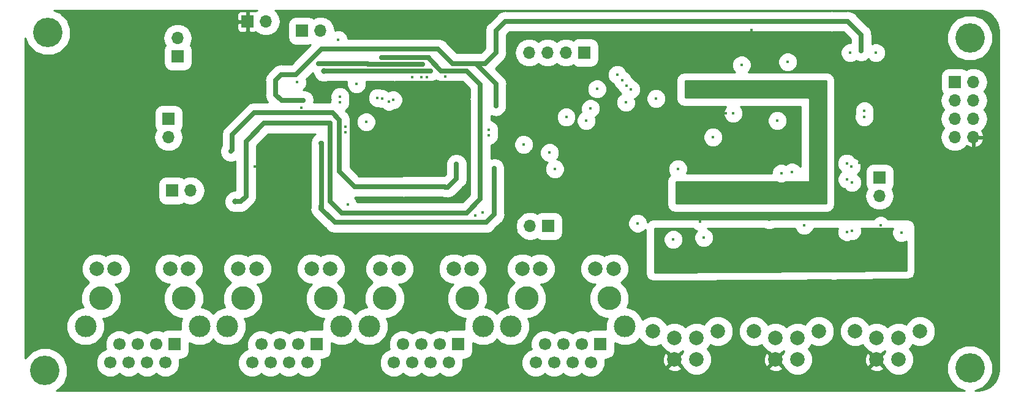
<source format=gbr>
G04 #@! TF.GenerationSoftware,KiCad,Pcbnew,(5.0.2)-1*
G04 #@! TF.CreationDate,2019-06-08T23:38:06+03:00*
G04 #@! TF.ProjectId,AVB switch with Can gateway,41564220-7377-4697-9463-682077697468,v01*
G04 #@! TF.SameCoordinates,Original*
G04 #@! TF.FileFunction,Copper,L3,Inr*
G04 #@! TF.FilePolarity,Positive*
%FSLAX46Y46*%
G04 Gerber Fmt 4.6, Leading zero omitted, Abs format (unit mm)*
G04 Created by KiCad (PCBNEW (5.0.2)-1) date 6/8/2019 11:38:06 PM*
%MOMM*%
%LPD*%
G01*
G04 APERTURE LIST*
G04 #@! TA.AperFunction,ViaPad*
%ADD10O,1.700000X1.700000*%
G04 #@! TD*
G04 #@! TA.AperFunction,ViaPad*
%ADD11R,1.700000X1.700000*%
G04 #@! TD*
G04 #@! TA.AperFunction,ViaPad*
%ADD12C,4.064000*%
G04 #@! TD*
G04 #@! TA.AperFunction,ViaPad*
%ADD13C,3.300000*%
G04 #@! TD*
G04 #@! TA.AperFunction,ViaPad*
%ADD14C,3.000000*%
G04 #@! TD*
G04 #@! TA.AperFunction,ViaPad*
%ADD15C,2.000000*%
G04 #@! TD*
G04 #@! TA.AperFunction,ViaPad*
%ADD16C,1.700000*%
G04 #@! TD*
G04 #@! TA.AperFunction,ViaPad*
%ADD17R,1.800000X1.800000*%
G04 #@! TD*
G04 #@! TA.AperFunction,ViaPad*
%ADD18C,0.450000*%
G04 #@! TD*
G04 #@! TA.AperFunction,ViaPad*
%ADD19C,0.500000*%
G04 #@! TD*
G04 #@! TA.AperFunction,ViaPad*
%ADD20C,0.600000*%
G04 #@! TD*
G04 #@! TA.AperFunction,ViaPad*
%ADD21C,0.800000*%
G04 #@! TD*
G04 #@! TA.AperFunction,Conductor*
%ADD22C,0.700000*%
G04 #@! TD*
G04 #@! TA.AperFunction,Conductor*
%ADD23C,0.254000*%
G04 #@! TD*
G04 APERTURE END LIST*
D10*
G04 #@! TO.N,Net-(C4-Pad1)*
G04 #@! TO.C,J16*
X129464000Y-47766000D03*
D11*
G04 #@! TO.N,GND*
X126924000Y-47766000D03*
G04 #@! TD*
G04 #@! TO.N,Net-(FB2-Pad1)*
G04 #@! TO.C,J10*
X214300000Y-69356000D03*
D10*
G04 #@! TO.N,+3V3*
X214300000Y-71896000D03*
G04 #@! TD*
G04 #@! TO.N,Net-(FB5-Pad1)*
G04 #@! TO.C,J13*
X117272000Y-50052000D03*
D11*
G04 #@! TO.N,VDDLS_IN*
X117272000Y-52592000D03*
G04 #@! TD*
D10*
G04 #@! TO.N,Net-(FB3-Pad1)*
G04 #@! TO.C,J11*
X116002000Y-63768000D03*
D11*
G04 #@! TO.N,AVDDL_IN*
X116002000Y-61228000D03*
G04 #@! TD*
G04 #@! TO.N,AVDDH_IN*
G04 #@! TO.C,J14*
X168520000Y-76070000D03*
D10*
G04 #@! TO.N,Net-(FB6-Pad2)*
X165980000Y-76070000D03*
G04 #@! TD*
G04 #@! TO.N,/switch/VDDHS*
G04 #@! TO.C,J15*
X137015000Y-49050000D03*
D11*
G04 #@! TO.N,VDDHS_IN*
X134475000Y-49050000D03*
G04 #@! TD*
D10*
G04 #@! TO.N,Net-(FB4-Pad1)*
G04 #@! TO.C,J12*
X119065000Y-71150000D03*
D11*
G04 #@! TO.N,DVDDL_IN*
X116525000Y-71150000D03*
G04 #@! TD*
D10*
G04 #@! TO.N,/switch/Data_out_MISO_SPI*
G04 #@! TO.C,J5*
X165862000Y-52070000D03*
G04 #@! TO.N,/switch/Data_in_MOSI_SPI*
X168402000Y-52070000D03*
G04 #@! TO.N,/mcu_stm32/SPI_CS*
X170942000Y-52070000D03*
D11*
G04 #@! TO.N,/switch/SCL_SPI*
X173482000Y-52070000D03*
G04 #@! TD*
D12*
G04 #@! TO.N,N/C*
G04 #@! TO.C,H4*
X226780000Y-50038000D03*
G04 #@! TD*
G04 #@! TO.N,N/C*
G04 #@! TO.C,H3*
X226780000Y-95690000D03*
G04 #@! TD*
G04 #@! TO.N,N/C*
G04 #@! TO.C,H2*
X99314000Y-49276000D03*
G04 #@! TD*
G04 #@! TO.N,N/C*
G04 #@! TO.C,H1*
X98896999Y-96050000D03*
G04 #@! TD*
D13*
G04 #@! TO.N,*
G04 #@! TO.C,J8*
X165485000Y-86050000D03*
X176915000Y-86050000D03*
D14*
X163325000Y-89940000D03*
X179075000Y-89940000D03*
D15*
G04 #@! TO.N,Net-(J8-Pad11)*
X167385000Y-81940000D03*
G04 #@! TO.N,/LED4_0*
X175015000Y-81940000D03*
G04 #@! TO.N,/LED4_1*
X164885000Y-81940000D03*
G04 #@! TO.N,Net-(J8-Pad9)*
X177515000Y-81940000D03*
D16*
G04 #@! TO.N,GNDPWR*
X166755000Y-94940000D03*
D17*
G04 #@! TO.N,/RX4-*
X175645000Y-92400000D03*
D16*
G04 #@! TO.N,/RX4+*
X173105000Y-92400000D03*
G04 #@! TO.N,Net-(C13-Pad1)*
X170565000Y-92400000D03*
G04 #@! TO.N,N/C*
X168025000Y-92400000D03*
G04 #@! TO.N,/TX4+*
X169295000Y-94940000D03*
G04 #@! TO.N,/TX4-*
X171835000Y-94940000D03*
G04 #@! TO.N,Net-(C14-Pad1)*
X174375000Y-94940000D03*
G04 #@! TD*
D13*
G04 #@! TO.N,*
G04 #@! TO.C,J7*
X145881666Y-86050000D03*
X157311666Y-86050000D03*
D14*
X143721666Y-89940000D03*
X159471666Y-89940000D03*
D15*
G04 #@! TO.N,Net-(J7-Pad11)*
X147781666Y-81940000D03*
G04 #@! TO.N,/LED3_0*
X155411666Y-81940000D03*
G04 #@! TO.N,/LED3_1*
X145281666Y-81940000D03*
G04 #@! TO.N,Net-(J7-Pad9)*
X157911666Y-81940000D03*
D16*
G04 #@! TO.N,GNDPWR*
X147151666Y-94940000D03*
D17*
G04 #@! TO.N,/RX3-*
X156041666Y-92400000D03*
D16*
G04 #@! TO.N,/RX3+*
X153501666Y-92400000D03*
G04 #@! TO.N,Net-(C10-Pad1)*
X150961666Y-92400000D03*
G04 #@! TO.N,N/C*
X148421666Y-92400000D03*
G04 #@! TO.N,/TX3+*
X149691666Y-94940000D03*
G04 #@! TO.N,/TX3-*
X152231666Y-94940000D03*
G04 #@! TO.N,Net-(C11-Pad1)*
X154771666Y-94940000D03*
G04 #@! TD*
D11*
G04 #@! TO.N,/mcu_stm32/SYS_JTCK_SWCLK*
G04 #@! TO.C,J9*
X224714000Y-56148000D03*
D10*
G04 #@! TO.N,/mcu_stm32/SYS_JTMSE_SWDIO*
X227254000Y-56148000D03*
G04 #@! TO.N,/mcu_stm32/UART8_RX*
X224714000Y-58688000D03*
G04 #@! TO.N,/mcu_stm32/UART8_TX*
X227254000Y-58688000D03*
G04 #@! TO.N,Net-(J9-Pad5)*
X224714000Y-61228000D03*
G04 #@! TO.N,/mcu_stm32/NRESET*
X227254000Y-61228000D03*
G04 #@! TO.N,Net-(J9-Pad7)*
X224714000Y-63768000D03*
G04 #@! TO.N,GND*
X227254000Y-63768000D03*
G04 #@! TD*
D13*
G04 #@! TO.N,*
G04 #@! TO.C,J6*
X126278333Y-86050000D03*
X137708333Y-86050000D03*
D14*
X124118333Y-89940000D03*
X139868333Y-89940000D03*
D15*
G04 #@! TO.N,Net-(J6-Pad11)*
X128178333Y-81940000D03*
G04 #@! TO.N,/LED2_0*
X135808333Y-81940000D03*
G04 #@! TO.N,/LED2_1*
X125678333Y-81940000D03*
G04 #@! TO.N,Net-(J6-Pad9)*
X138308333Y-81940000D03*
D16*
G04 #@! TO.N,GNDPWR*
X127548333Y-94940000D03*
D17*
G04 #@! TO.N,/RX2-*
X136438333Y-92400000D03*
D16*
G04 #@! TO.N,/RX2+*
X133898333Y-92400000D03*
G04 #@! TO.N,Net-(C7-Pad1)*
X131358333Y-92400000D03*
G04 #@! TO.N,N/C*
X128818333Y-92400000D03*
G04 #@! TO.N,/TX2+*
X130088333Y-94940000D03*
G04 #@! TO.N,/TX2-*
X132628333Y-94940000D03*
G04 #@! TO.N,Net-(C8-Pad1)*
X135168333Y-94940000D03*
G04 #@! TD*
D13*
G04 #@! TO.N,*
G04 #@! TO.C,J4*
X106675000Y-86050000D03*
X118105000Y-86050000D03*
D14*
X104515000Y-89940000D03*
X120265000Y-89940000D03*
D15*
G04 #@! TO.N,Net-(J4-Pad11)*
X108575000Y-81940000D03*
G04 #@! TO.N,/switch/LED1_0*
X116205000Y-81940000D03*
G04 #@! TO.N,/switch/LED1_1*
X106075000Y-81940000D03*
G04 #@! TO.N,Net-(J4-Pad9)*
X118705000Y-81940000D03*
D16*
G04 #@! TO.N,GNDPWR*
X107945000Y-94940000D03*
D17*
G04 #@! TO.N,/RX1-*
X116835000Y-92400000D03*
D16*
G04 #@! TO.N,/RX1+*
X114295000Y-92400000D03*
G04 #@! TO.N,Net-(C1-Pad1)*
X111755000Y-92400000D03*
G04 #@! TO.N,N/C*
X109215000Y-92400000D03*
G04 #@! TO.N,/TX1+*
X110485000Y-94940000D03*
G04 #@! TO.N,/TX1-*
X113025000Y-94940000D03*
G04 #@! TO.N,Net-(C2-Pad1)*
X115565000Y-94940000D03*
G04 #@! TD*
D15*
G04 #@! TO.N,N/C*
G04 #@! TO.C,J1*
X219892000Y-90590000D03*
X210892000Y-90590000D03*
G04 #@! TO.N,+5V*
X216892000Y-94530000D03*
G04 #@! TO.N,GND*
X213892000Y-94530000D03*
G04 #@! TO.N,/CAN1+*
X216892000Y-91530000D03*
G04 #@! TO.N,/CAN1-*
X213892000Y-91530000D03*
G04 #@! TD*
G04 #@! TO.N,N/C*
G04 #@! TO.C,J2*
X191952000Y-90590000D03*
X182952000Y-90590000D03*
G04 #@! TO.N,+5V*
X188952000Y-94530000D03*
G04 #@! TO.N,GND*
X185952000Y-94530000D03*
G04 #@! TO.N,/CAN2+*
X188952000Y-91530000D03*
G04 #@! TO.N,/CAN2-*
X185952000Y-91530000D03*
G04 #@! TD*
G04 #@! TO.N,N/C*
G04 #@! TO.C,J3*
X205922000Y-90590000D03*
X196922000Y-90590000D03*
G04 #@! TO.N,+5V*
X202922000Y-94530000D03*
G04 #@! TO.N,GND*
X199922000Y-94530000D03*
G04 #@! TO.N,/CAN3+*
X202922000Y-91530000D03*
G04 #@! TO.N,/CAN3-*
X199922000Y-91530000D03*
G04 #@! TD*
D18*
G04 #@! TO.N,GND*
X153340000Y-68340000D03*
X150800000Y-68340000D03*
X148260000Y-68340000D03*
X145720000Y-68340000D03*
X145720000Y-67070000D03*
X148260000Y-67070000D03*
X150800000Y-67070000D03*
X153340000Y-67070000D03*
X153340000Y-65800000D03*
X150800000Y-65800000D03*
X148260000Y-65800000D03*
X145720000Y-65800000D03*
X145720000Y-64530000D03*
X148260000Y-64530000D03*
X150800000Y-64530000D03*
X153340000Y-64530000D03*
X153340000Y-63260000D03*
X150800000Y-63260000D03*
X148260000Y-63260000D03*
X145720000Y-63260000D03*
X145720000Y-61990000D03*
X148260000Y-61990000D03*
X150800000Y-61990000D03*
X153340000Y-61990000D03*
X153340000Y-60720000D03*
X150800000Y-60720000D03*
X148260000Y-60720000D03*
X145720000Y-60720000D03*
X165090000Y-73300000D03*
X149700000Y-55470000D03*
X150920000Y-55480000D03*
X151710000Y-55480000D03*
X140470000Y-62310000D03*
X140470000Y-63120000D03*
X193039994Y-60452000D03*
X198882000Y-59690000D03*
X197866000Y-54356000D03*
X193040000Y-54102000D03*
X209296000Y-58674000D03*
X207518000Y-74930000D03*
X182118000Y-56896000D03*
X134366000Y-59665000D03*
X164338000Y-66040000D03*
X143140000Y-68660000D03*
X154224124Y-55354124D03*
X136010000Y-57390000D03*
X132560000Y-85630000D03*
X149530000Y-46750000D03*
X152070000Y-46750000D03*
X154610000Y-46750000D03*
X157150000Y-46750000D03*
X159690000Y-46750000D03*
X211760000Y-46750000D03*
X215570000Y-46750000D03*
X218110000Y-46750000D03*
X221920000Y-46750000D03*
X154610000Y-77230000D03*
X149870000Y-77630000D03*
X158650000Y-77610000D03*
X166360000Y-55860000D03*
X161730000Y-54710000D03*
X170210000Y-56780000D03*
X167510000Y-63310000D03*
X164910000Y-63310000D03*
X172820000Y-56630000D03*
X184650000Y-62820000D03*
X185270000Y-64600000D03*
X182360000Y-67430000D03*
X173400000Y-67550000D03*
X166980000Y-67710000D03*
X165010000Y-67790000D03*
X146990000Y-46750000D03*
X144450000Y-46750000D03*
X141910000Y-46750000D03*
X102060000Y-61440000D03*
X103700000Y-58710000D03*
X103920000Y-68300000D03*
X102320000Y-71010000D03*
X103610000Y-51640000D03*
X105050000Y-49030000D03*
X201860000Y-51780000D03*
X193640000Y-49790000D03*
X124384000Y-71388000D03*
X124130000Y-67832000D03*
X122352000Y-52592000D03*
X120574000Y-55132000D03*
X210490000Y-58688000D03*
X211506000Y-67324000D03*
X188900000Y-50814000D03*
X131242000Y-64530000D03*
X131242000Y-63514000D03*
X131242000Y-72404000D03*
X132766000Y-72912000D03*
X129210000Y-65292000D03*
X123114000Y-70626000D03*
X121844000Y-67578000D03*
X123114000Y-68848000D03*
X110668000Y-86628000D03*
X226492000Y-74436000D03*
X227508000Y-73166000D03*
X228270000Y-71896000D03*
X149032876Y-77748876D03*
X133274000Y-73928000D03*
X164262000Y-74182000D03*
X180264000Y-69610000D03*
X217348000Y-76976000D03*
X222936000Y-85104000D03*
X189484000Y-75438000D03*
X207188000Y-84342000D03*
X193472000Y-84342000D03*
X170490000Y-59392010D03*
X167650000Y-59392010D03*
X199060000Y-75198000D03*
X203885988Y-75960000D03*
X203886000Y-74690000D03*
X182042000Y-69610000D03*
X182042000Y-71642000D03*
X127890000Y-67850000D03*
X132750000Y-69560000D03*
X198770000Y-52580000D03*
X196630000Y-48930000D03*
G04 #@! TO.N,Net-(C4-Pad1)*
X139446000Y-50292000D03*
X141986000Y-56388000D03*
G04 #@! TO.N,/mcu_stm32/NRESET*
X201600000Y-53354000D03*
X210236000Y-52084000D03*
X213792000Y-52084000D03*
X195230000Y-53790000D03*
G04 #@! TO.N,+3V3*
X177984000Y-47824000D03*
X155260000Y-53560000D03*
X161270000Y-59430000D03*
X134620000Y-58674000D03*
X158420000Y-53560000D03*
X139700000Y-58928000D03*
X213040000Y-77090000D03*
X211760000Y-51322000D03*
X211760000Y-50560000D03*
X211760000Y-49798000D03*
X214440000Y-75960000D03*
X200584000Y-82240000D03*
X213890000Y-81040000D03*
X213128000Y-81802000D03*
X207950000Y-82240000D03*
X194234000Y-82240000D03*
X188900000Y-82240000D03*
X187122000Y-82240000D03*
X183566000Y-79262000D03*
X184328000Y-76976000D03*
X199060000Y-76722000D03*
X196774000Y-79516000D03*
X210490000Y-79516000D03*
X183820000Y-47752000D03*
G04 #@! TO.N,/mcu_stm32/UART8_TX*
X212210004Y-60150002D03*
G04 #@! TO.N,/mcu_stm32/UART8_RX*
X212190002Y-60960000D03*
G04 #@! TO.N,/mcu_stm32/SYS_JTMSE_SWDIO*
X200700000Y-68790001D03*
G04 #@! TO.N,/mcu_stm32/SYS_JTCK_SWCLK*
X202190000Y-68600000D03*
G04 #@! TO.N,/switch/Data_in_MOSI_SPI*
X179230002Y-58950000D03*
X191262000Y-63754000D03*
X139700004Y-58166000D03*
G04 #@! TO.N,/mcu_stm32/CAN2_TX*
X210400000Y-67825000D03*
X210482713Y-70038030D03*
X190000000Y-77650000D03*
X210441158Y-76743141D03*
G04 #@! TO.N,/mcu_stm32/CAN2_RX*
X209800000Y-76850000D03*
X209758567Y-67391429D03*
X209825000Y-69600000D03*
X185780000Y-77919994D03*
G04 #@! TO.N,/mcu_stm32/SPI_CS*
X183388000Y-58420000D03*
G04 #@! TO.N,/mcu_stm32/ETH_TX_EN*
X169380000Y-68160000D03*
X186400000Y-68130000D03*
G04 #@! TO.N,/mcu_stm32/ETH_RX_DV*
X170980000Y-60980000D03*
X175242198Y-57105786D03*
G04 #@! TO.N,/mcu_stm32/ETH_COL*
X168678206Y-65911794D03*
X179910002Y-57150000D03*
G04 #@! TO.N,/mcu_stm32/ETH_RX_CLK*
X179324000Y-56642000D03*
X173736000Y-61468000D03*
G04 #@! TO.N,/mcu_stm32/ETH_CRS*
X178730000Y-55880000D03*
X174343934Y-59801952D03*
G04 #@! TO.N,/mcu_stm32/ETH_TX_CLK*
X165100000Y-64770000D03*
X178032000Y-55118000D03*
G04 #@! TO.N,/mcu_stm32/ETH_TXD2*
X160274000Y-62750000D03*
X194056000Y-60452000D03*
G04 #@! TO.N,/mcu_stm32/ETH_TXD3*
X160274000Y-63500000D03*
X200152000Y-61468000D03*
G04 #@! TO.N,/switch/LED1_0*
X143324979Y-61650000D03*
G04 #@! TO.N,/switch/LED1_1*
X140790000Y-73110000D03*
G04 #@! TO.N,/LED4_0*
X159399999Y-74150000D03*
G04 #@! TO.N,/LED4_1*
X158430002Y-74570000D03*
G04 #@! TO.N,/LED3_0*
X147050000Y-58600000D03*
G04 #@! TO.N,/LED3_1*
X146450000Y-58810000D03*
G04 #@! TO.N,/LED2_0*
X145537380Y-58427476D03*
G04 #@! TO.N,/LED2_1*
X144900000Y-58300000D03*
D19*
G04 #@! TO.N,VDD*
X192730000Y-57350000D03*
X197200000Y-57500000D03*
D18*
X206020000Y-56750000D03*
D19*
X189992000Y-57912000D03*
D20*
X187960000Y-71120000D03*
D18*
X199760000Y-57290000D03*
X206172000Y-72404000D03*
G04 #@! TO.N,+5V*
X180860000Y-75670000D03*
G04 #@! TO.N,/switch/VDDHS*
X143530000Y-53610000D03*
X150610000Y-53600000D03*
X148890000Y-53610000D03*
D20*
X136720000Y-53610000D03*
D18*
G04 #@! TO.N,VDDHS_IN*
X133782000Y-56148000D03*
G04 #@! TO.N,/switch/AVDDL*
X154280000Y-70690000D03*
X155800021Y-67510000D03*
X155800021Y-69490000D03*
X144770000Y-70610000D03*
X148480000Y-70610000D03*
X150580000Y-70600000D03*
X139630004Y-66040000D03*
X139690002Y-67520002D03*
X139700000Y-68580000D03*
X124600000Y-65716400D03*
G04 #@! TO.N,/switch/DVDDL*
X159120000Y-61350000D03*
D20*
X159120000Y-65920000D03*
D18*
X147010000Y-74220000D03*
X152045000Y-74220000D03*
X138380000Y-61850000D03*
X138379998Y-63280000D03*
X153700000Y-54600000D03*
X156130000Y-54570000D03*
X145430000Y-52760000D03*
D21*
X125240000Y-72680000D03*
D18*
G04 #@! TO.N,/switch/VDDLS*
X152220000Y-54600000D03*
X147220002Y-54580000D03*
X142000000Y-54590000D03*
D21*
X137520000Y-54630000D03*
D18*
G04 #@! TO.N,/switch/AVDDH*
X161030000Y-74440000D03*
X161030000Y-68110000D03*
X137100000Y-64570000D03*
X137120000Y-71830000D03*
X145940000Y-75550000D03*
X151560000Y-75580000D03*
X137160000Y-68326008D03*
G04 #@! TD*
D22*
G04 #@! TO.N,+3V3*
X158420000Y-53560000D02*
X158450000Y-53590000D01*
X155260000Y-53560000D02*
X158420000Y-53560000D01*
X161270000Y-56410000D02*
X161270000Y-59430000D01*
X158450000Y-53590000D02*
X161270000Y-56410000D01*
X153262000Y-51562000D02*
X155260000Y-53560000D01*
X137160000Y-51562000D02*
X153262000Y-51562000D01*
X131572000Y-55118000D02*
X133604000Y-55118000D01*
X133518002Y-58674000D02*
X133480001Y-58712001D01*
X134620000Y-58674000D02*
X133518002Y-58674000D01*
X133480001Y-58712001D02*
X131610001Y-58712001D01*
X131610001Y-58712001D02*
X130810000Y-57912000D01*
X130810000Y-57912000D02*
X130810000Y-55880000D01*
X130810000Y-55880000D02*
X131572000Y-55118000D01*
X133604000Y-55118000D02*
X137160000Y-51562000D01*
X211760000Y-49610000D02*
X211760000Y-49798000D01*
X207684000Y-47750000D02*
X209900000Y-47750000D01*
X159770000Y-53590000D02*
X161270000Y-52090000D01*
X158450000Y-53590000D02*
X159770000Y-53590000D01*
X161270000Y-52090000D02*
X161270000Y-49042000D01*
X161270000Y-49042000D02*
X162560000Y-47752000D01*
X209900000Y-47750000D02*
X211760000Y-49610000D01*
X207682000Y-47752000D02*
X207684000Y-47750000D01*
X211760000Y-51322000D02*
X211760000Y-51830000D01*
X211760000Y-50560000D02*
X211760000Y-51322000D01*
X211760000Y-49798000D02*
X211760000Y-50560000D01*
X162560000Y-47752000D02*
X183820000Y-47752000D01*
X183820000Y-47752000D02*
X207682000Y-47752000D01*
G04 #@! TO.N,/switch/VDDHS*
X145137905Y-53670000D02*
X151110000Y-53670000D01*
X143530000Y-53610000D02*
X143590000Y-53670000D01*
X143590000Y-53670000D02*
X145137905Y-53670000D01*
X136890000Y-53610000D02*
X136720000Y-53610000D01*
X143530000Y-53610000D02*
X136720000Y-53610000D01*
G04 #@! TO.N,/switch/AVDDL*
X155800021Y-67510000D02*
X155800021Y-69490000D01*
X154280000Y-70690000D02*
X154600021Y-70690000D01*
X155575022Y-69714999D02*
X155800021Y-69490000D01*
X154600021Y-70690000D02*
X155575022Y-69714999D01*
X154190000Y-70600000D02*
X154280000Y-70690000D01*
X150580000Y-70600000D02*
X154190000Y-70600000D01*
X148490000Y-70600000D02*
X150440000Y-70600000D01*
X148480000Y-70610000D02*
X148490000Y-70600000D01*
X144770000Y-70610000D02*
X148480000Y-70610000D01*
X124824999Y-65491401D02*
X124600000Y-65716400D01*
X124824999Y-63425001D02*
X124824999Y-65491401D01*
X127860000Y-60390000D02*
X124824999Y-63425001D01*
X138670008Y-60390000D02*
X127860000Y-60390000D01*
X139630004Y-66040000D02*
X139630004Y-61349996D01*
X139630004Y-61349996D02*
X138670008Y-60390000D01*
X139630004Y-66040000D02*
X139630004Y-68510004D01*
X139630004Y-68510004D02*
X139700000Y-68580000D01*
X141730000Y-70610000D02*
X139924999Y-68804999D01*
X144770000Y-70610000D02*
X141730000Y-70610000D01*
X139924999Y-68804999D02*
X139700000Y-68580000D01*
G04 #@! TO.N,/switch/DVDDL*
X159120000Y-65920000D02*
X159120000Y-61350000D01*
X159120000Y-72300000D02*
X159120000Y-65920000D01*
X157200000Y-74220000D02*
X159120000Y-72300000D01*
X147010000Y-74220000D02*
X157200000Y-74220000D01*
X147010000Y-74220000D02*
X139920000Y-74220000D01*
X138380000Y-61850000D02*
X138380000Y-63279998D01*
X138380000Y-63279998D02*
X138379998Y-63280000D01*
X138379998Y-72679998D02*
X138379998Y-63598198D01*
X138379998Y-63598198D02*
X138379998Y-63280000D01*
X139920000Y-74220000D02*
X138379998Y-72679998D01*
X159120000Y-58480000D02*
X159120000Y-61350000D01*
X159084997Y-58444997D02*
X159120000Y-58480000D01*
X159084997Y-56484997D02*
X159084997Y-58444997D01*
X153700000Y-54600000D02*
X157200000Y-54600000D01*
X157200000Y-54600000D02*
X159084997Y-56484997D01*
X151960000Y-52770000D02*
X145440000Y-52770000D01*
X151960000Y-52860000D02*
X151960000Y-52770000D01*
X153700000Y-54600000D02*
X151960000Y-52860000D01*
X145440000Y-52770000D02*
X145430000Y-52760000D01*
X125950000Y-72680000D02*
X125240000Y-72680000D01*
X126700000Y-71930000D02*
X125950000Y-72680000D01*
X126700000Y-64320000D02*
X126700000Y-71930000D01*
X138380000Y-61850000D02*
X129170000Y-61850000D01*
X129170000Y-61850000D02*
X126700000Y-64320000D01*
G04 #@! TO.N,/switch/VDDLS*
X152220000Y-54600000D02*
X147240002Y-54600000D01*
X147240002Y-54600000D02*
X147220002Y-54580000D01*
X142010000Y-54580000D02*
X142000000Y-54590000D01*
X147220002Y-54580000D02*
X142010000Y-54580000D01*
X137560000Y-54590000D02*
X137520000Y-54630000D01*
X142000000Y-54590000D02*
X137560000Y-54590000D01*
G04 #@! TO.N,/switch/AVDDH*
X161030000Y-74440000D02*
X161030000Y-68110000D01*
X137120000Y-64590000D02*
X137100000Y-64570000D01*
X137120000Y-71830000D02*
X137120000Y-64590000D01*
X137090000Y-73658198D02*
X137090000Y-73340000D01*
X138981802Y-75550000D02*
X137090000Y-73658198D01*
X161030000Y-74440000D02*
X159920000Y-75550000D01*
X159920000Y-75550000D02*
X138981802Y-75550000D01*
X137120000Y-73430000D02*
X137120000Y-71830000D01*
X137130000Y-73440000D02*
X137120000Y-73430000D01*
G04 #@! TD*
D23*
G04 #@! TO.N,VDD*
G36*
X206883000Y-72898000D02*
X186182000Y-72898000D01*
X186182000Y-69977000D01*
X200032724Y-69977000D01*
X200431071Y-70142001D01*
X200968929Y-70142001D01*
X201367276Y-69977000D01*
X204470000Y-69977000D01*
X204518601Y-69967333D01*
X204559803Y-69939803D01*
X204587333Y-69898601D01*
X204597000Y-69850000D01*
X204597000Y-58420000D01*
X204587333Y-58371399D01*
X204559803Y-58330197D01*
X204518601Y-58302667D01*
X204470000Y-58293000D01*
X187452000Y-58293000D01*
X187452000Y-56007000D01*
X206883000Y-56007000D01*
X206883000Y-72898000D01*
X206883000Y-72898000D01*
G37*
X206883000Y-72898000D02*
X186182000Y-72898000D01*
X186182000Y-69977000D01*
X200032724Y-69977000D01*
X200431071Y-70142001D01*
X200968929Y-70142001D01*
X201367276Y-69977000D01*
X204470000Y-69977000D01*
X204518601Y-69967333D01*
X204559803Y-69939803D01*
X204587333Y-69898601D01*
X204597000Y-69850000D01*
X204597000Y-58420000D01*
X204587333Y-58371399D01*
X204559803Y-58330197D01*
X204518601Y-58302667D01*
X204470000Y-58293000D01*
X187452000Y-58293000D01*
X187452000Y-56007000D01*
X206883000Y-56007000D01*
X206883000Y-72898000D01*
G04 #@! TO.N,GND*
G36*
X128040839Y-46339209D02*
X127900310Y-46281000D01*
X127209750Y-46281000D01*
X127051000Y-46439750D01*
X127051000Y-47639000D01*
X127071000Y-47639000D01*
X127071000Y-47893000D01*
X127051000Y-47893000D01*
X127051000Y-49092250D01*
X127209750Y-49251000D01*
X127900310Y-49251000D01*
X128040839Y-49192791D01*
X128692613Y-49628293D01*
X129269286Y-49743000D01*
X129658714Y-49743000D01*
X130235387Y-49628293D01*
X130889337Y-49191337D01*
X131326293Y-48537387D01*
X131479731Y-47766000D01*
X131326293Y-46994613D01*
X130889337Y-46340663D01*
X130681813Y-46202000D01*
X227877217Y-46202000D01*
X228490776Y-46262160D01*
X229024428Y-46423279D01*
X229516614Y-46684979D01*
X229948602Y-47037300D01*
X230303927Y-47466813D01*
X230569060Y-47957167D01*
X230733899Y-48489677D01*
X230798000Y-49099561D01*
X230798001Y-95877206D01*
X230737840Y-96490777D01*
X230576721Y-97024427D01*
X230315020Y-97516615D01*
X229962700Y-97948602D01*
X229533187Y-98303927D01*
X229042833Y-98569060D01*
X228510327Y-98733898D01*
X227900439Y-98798000D01*
X227531489Y-98798000D01*
X228569429Y-98368070D01*
X229458070Y-97479429D01*
X229939000Y-96318364D01*
X229939000Y-95061636D01*
X229458070Y-93900571D01*
X228569429Y-93011930D01*
X227408364Y-92531000D01*
X226151636Y-92531000D01*
X224990571Y-93011930D01*
X224101930Y-93900571D01*
X223621000Y-95061636D01*
X223621000Y-96318364D01*
X224101930Y-97479429D01*
X224990571Y-98368070D01*
X226028511Y-98798000D01*
X100517602Y-98798000D01*
X100686428Y-98728070D01*
X101575069Y-97839429D01*
X102055999Y-96678364D01*
X102055999Y-95421636D01*
X101693609Y-94546750D01*
X105968000Y-94546750D01*
X105968000Y-95333250D01*
X106268980Y-96059881D01*
X106825119Y-96616020D01*
X107551750Y-96917000D01*
X108338250Y-96917000D01*
X109064881Y-96616020D01*
X109215000Y-96465901D01*
X109365119Y-96616020D01*
X110091750Y-96917000D01*
X110878250Y-96917000D01*
X111604881Y-96616020D01*
X111755000Y-96465901D01*
X111905119Y-96616020D01*
X112631750Y-96917000D01*
X113418250Y-96917000D01*
X114144881Y-96616020D01*
X114295000Y-96465901D01*
X114445119Y-96616020D01*
X115171750Y-96917000D01*
X115958250Y-96917000D01*
X116684881Y-96616020D01*
X117241020Y-96059881D01*
X117542000Y-95333250D01*
X117542000Y-94546750D01*
X125571333Y-94546750D01*
X125571333Y-95333250D01*
X125872313Y-96059881D01*
X126428452Y-96616020D01*
X127155083Y-96917000D01*
X127941583Y-96917000D01*
X128668214Y-96616020D01*
X128818333Y-96465901D01*
X128968452Y-96616020D01*
X129695083Y-96917000D01*
X130481583Y-96917000D01*
X131208214Y-96616020D01*
X131358333Y-96465901D01*
X131508452Y-96616020D01*
X132235083Y-96917000D01*
X133021583Y-96917000D01*
X133748214Y-96616020D01*
X133898333Y-96465901D01*
X134048452Y-96616020D01*
X134775083Y-96917000D01*
X135561583Y-96917000D01*
X136288214Y-96616020D01*
X136844353Y-96059881D01*
X137145333Y-95333250D01*
X137145333Y-94546750D01*
X145174666Y-94546750D01*
X145174666Y-95333250D01*
X145475646Y-96059881D01*
X146031785Y-96616020D01*
X146758416Y-96917000D01*
X147544916Y-96917000D01*
X148271547Y-96616020D01*
X148421666Y-96465901D01*
X148571785Y-96616020D01*
X149298416Y-96917000D01*
X150084916Y-96917000D01*
X150811547Y-96616020D01*
X150961666Y-96465901D01*
X151111785Y-96616020D01*
X151838416Y-96917000D01*
X152624916Y-96917000D01*
X153351547Y-96616020D01*
X153501666Y-96465901D01*
X153651785Y-96616020D01*
X154378416Y-96917000D01*
X155164916Y-96917000D01*
X155891547Y-96616020D01*
X156447686Y-96059881D01*
X156748666Y-95333250D01*
X156748666Y-94546750D01*
X164778000Y-94546750D01*
X164778000Y-95333250D01*
X165078980Y-96059881D01*
X165635119Y-96616020D01*
X166361750Y-96917000D01*
X167148250Y-96917000D01*
X167874881Y-96616020D01*
X168025000Y-96465901D01*
X168175119Y-96616020D01*
X168901750Y-96917000D01*
X169688250Y-96917000D01*
X170414881Y-96616020D01*
X170565000Y-96465901D01*
X170715119Y-96616020D01*
X171441750Y-96917000D01*
X172228250Y-96917000D01*
X172954881Y-96616020D01*
X173105000Y-96465901D01*
X173255119Y-96616020D01*
X173981750Y-96917000D01*
X174768250Y-96917000D01*
X175494881Y-96616020D01*
X176051020Y-96059881D01*
X176207322Y-95682532D01*
X184979073Y-95682532D01*
X185077736Y-95949387D01*
X185687461Y-96175908D01*
X186337460Y-96151856D01*
X186826264Y-95949387D01*
X186924927Y-95682532D01*
X185952000Y-94709605D01*
X184979073Y-95682532D01*
X176207322Y-95682532D01*
X176352000Y-95333250D01*
X176352000Y-94546750D01*
X176311543Y-94449079D01*
X176545000Y-94449079D01*
X176984733Y-94361611D01*
X177128632Y-94265461D01*
X184306092Y-94265461D01*
X184330144Y-94915460D01*
X184532613Y-95404264D01*
X184799468Y-95502927D01*
X185772395Y-94530000D01*
X184799468Y-93557073D01*
X184532613Y-93655736D01*
X184306092Y-94265461D01*
X177128632Y-94265461D01*
X177357522Y-94112522D01*
X177606611Y-93739733D01*
X177694079Y-93300000D01*
X177694079Y-92211448D01*
X178552457Y-92567000D01*
X179597543Y-92567000D01*
X180563076Y-92167063D01*
X181086277Y-91643862D01*
X181148817Y-91794848D01*
X181747152Y-92393183D01*
X182528913Y-92717000D01*
X183375087Y-92717000D01*
X184029196Y-92446058D01*
X184148817Y-92734848D01*
X184747152Y-93333183D01*
X185067467Y-93465862D01*
X185952000Y-94350395D01*
X186836533Y-93465862D01*
X187143138Y-93338862D01*
X187016138Y-93645467D01*
X186131605Y-94530000D01*
X187016138Y-95414533D01*
X187148817Y-95734848D01*
X187747152Y-96333183D01*
X188528913Y-96657000D01*
X189375087Y-96657000D01*
X190156848Y-96333183D01*
X190755183Y-95734848D01*
X190776853Y-95682532D01*
X198949073Y-95682532D01*
X199047736Y-95949387D01*
X199657461Y-96175908D01*
X200307460Y-96151856D01*
X200796264Y-95949387D01*
X200894927Y-95682532D01*
X199922000Y-94709605D01*
X198949073Y-95682532D01*
X190776853Y-95682532D01*
X191079000Y-94953087D01*
X191079000Y-94265461D01*
X198276092Y-94265461D01*
X198300144Y-94915460D01*
X198502613Y-95404264D01*
X198769468Y-95502927D01*
X199742395Y-94530000D01*
X198769468Y-93557073D01*
X198502613Y-93655736D01*
X198276092Y-94265461D01*
X191079000Y-94265461D01*
X191079000Y-94106913D01*
X190755183Y-93325152D01*
X190460031Y-93030000D01*
X190755183Y-92734848D01*
X190874804Y-92446058D01*
X191528913Y-92717000D01*
X192375087Y-92717000D01*
X193156848Y-92393183D01*
X193755183Y-91794848D01*
X194079000Y-91013087D01*
X194079000Y-90166913D01*
X194795000Y-90166913D01*
X194795000Y-91013087D01*
X195118817Y-91794848D01*
X195717152Y-92393183D01*
X196498913Y-92717000D01*
X197345087Y-92717000D01*
X197999196Y-92446058D01*
X198118817Y-92734848D01*
X198717152Y-93333183D01*
X199037467Y-93465862D01*
X199922000Y-94350395D01*
X200806533Y-93465862D01*
X201113138Y-93338862D01*
X200986138Y-93645467D01*
X200101605Y-94530000D01*
X200986138Y-95414533D01*
X201118817Y-95734848D01*
X201717152Y-96333183D01*
X202498913Y-96657000D01*
X203345087Y-96657000D01*
X204126848Y-96333183D01*
X204725183Y-95734848D01*
X204746853Y-95682532D01*
X212919073Y-95682532D01*
X213017736Y-95949387D01*
X213627461Y-96175908D01*
X214277460Y-96151856D01*
X214766264Y-95949387D01*
X214864927Y-95682532D01*
X213892000Y-94709605D01*
X212919073Y-95682532D01*
X204746853Y-95682532D01*
X205049000Y-94953087D01*
X205049000Y-94265461D01*
X212246092Y-94265461D01*
X212270144Y-94915460D01*
X212472613Y-95404264D01*
X212739468Y-95502927D01*
X213712395Y-94530000D01*
X212739468Y-93557073D01*
X212472613Y-93655736D01*
X212246092Y-94265461D01*
X205049000Y-94265461D01*
X205049000Y-94106913D01*
X204725183Y-93325152D01*
X204430031Y-93030000D01*
X204725183Y-92734848D01*
X204844804Y-92446058D01*
X205498913Y-92717000D01*
X206345087Y-92717000D01*
X207126848Y-92393183D01*
X207725183Y-91794848D01*
X208049000Y-91013087D01*
X208049000Y-90166913D01*
X208765000Y-90166913D01*
X208765000Y-91013087D01*
X209088817Y-91794848D01*
X209687152Y-92393183D01*
X210468913Y-92717000D01*
X211315087Y-92717000D01*
X211969196Y-92446058D01*
X212088817Y-92734848D01*
X212687152Y-93333183D01*
X213007467Y-93465862D01*
X213892000Y-94350395D01*
X214776533Y-93465862D01*
X215083138Y-93338862D01*
X214956138Y-93645467D01*
X214071605Y-94530000D01*
X214956138Y-95414533D01*
X215088817Y-95734848D01*
X215687152Y-96333183D01*
X216468913Y-96657000D01*
X217315087Y-96657000D01*
X218096848Y-96333183D01*
X218695183Y-95734848D01*
X219019000Y-94953087D01*
X219019000Y-94106913D01*
X218695183Y-93325152D01*
X218400031Y-93030000D01*
X218695183Y-92734848D01*
X218814804Y-92446058D01*
X219468913Y-92717000D01*
X220315087Y-92717000D01*
X221096848Y-92393183D01*
X221695183Y-91794848D01*
X222019000Y-91013087D01*
X222019000Y-90166913D01*
X221695183Y-89385152D01*
X221096848Y-88786817D01*
X220315087Y-88463000D01*
X219468913Y-88463000D01*
X218687152Y-88786817D01*
X218088817Y-89385152D01*
X217969196Y-89673942D01*
X217315087Y-89403000D01*
X216468913Y-89403000D01*
X215687152Y-89726817D01*
X215392000Y-90021969D01*
X215096848Y-89726817D01*
X214315087Y-89403000D01*
X213468913Y-89403000D01*
X212814804Y-89673942D01*
X212695183Y-89385152D01*
X212096848Y-88786817D01*
X211315087Y-88463000D01*
X210468913Y-88463000D01*
X209687152Y-88786817D01*
X209088817Y-89385152D01*
X208765000Y-90166913D01*
X208049000Y-90166913D01*
X207725183Y-89385152D01*
X207126848Y-88786817D01*
X206345087Y-88463000D01*
X205498913Y-88463000D01*
X204717152Y-88786817D01*
X204118817Y-89385152D01*
X203999196Y-89673942D01*
X203345087Y-89403000D01*
X202498913Y-89403000D01*
X201717152Y-89726817D01*
X201422000Y-90021969D01*
X201126848Y-89726817D01*
X200345087Y-89403000D01*
X199498913Y-89403000D01*
X198844804Y-89673942D01*
X198725183Y-89385152D01*
X198126848Y-88786817D01*
X197345087Y-88463000D01*
X196498913Y-88463000D01*
X195717152Y-88786817D01*
X195118817Y-89385152D01*
X194795000Y-90166913D01*
X194079000Y-90166913D01*
X193755183Y-89385152D01*
X193156848Y-88786817D01*
X192375087Y-88463000D01*
X191528913Y-88463000D01*
X190747152Y-88786817D01*
X190148817Y-89385152D01*
X190029196Y-89673942D01*
X189375087Y-89403000D01*
X188528913Y-89403000D01*
X187747152Y-89726817D01*
X187452000Y-90021969D01*
X187156848Y-89726817D01*
X186375087Y-89403000D01*
X185528913Y-89403000D01*
X184874804Y-89673942D01*
X184755183Y-89385152D01*
X184156848Y-88786817D01*
X183375087Y-88463000D01*
X182528913Y-88463000D01*
X181747152Y-88786817D01*
X181530514Y-89003455D01*
X181302063Y-88451924D01*
X180563076Y-87712937D01*
X179597543Y-87313000D01*
X179397651Y-87313000D01*
X179692000Y-86602380D01*
X179692000Y-85497620D01*
X179269227Y-84476956D01*
X178589462Y-83797191D01*
X178719848Y-83743183D01*
X179318183Y-83144848D01*
X179642000Y-82363087D01*
X179642000Y-81516913D01*
X179318183Y-80735152D01*
X178719848Y-80136817D01*
X177938087Y-79813000D01*
X177091913Y-79813000D01*
X176310152Y-80136817D01*
X176265000Y-80181969D01*
X176219848Y-80136817D01*
X175438087Y-79813000D01*
X174591913Y-79813000D01*
X173810152Y-80136817D01*
X173211817Y-80735152D01*
X172888000Y-81516913D01*
X172888000Y-82363087D01*
X173211817Y-83144848D01*
X173810152Y-83743183D01*
X174591913Y-84067000D01*
X174970729Y-84067000D01*
X174560773Y-84476956D01*
X174138000Y-85497620D01*
X174138000Y-86602380D01*
X174560773Y-87623044D01*
X175341956Y-88404227D01*
X176362620Y-88827000D01*
X176692575Y-88827000D01*
X176448000Y-89417457D01*
X176448000Y-90350921D01*
X174745000Y-90350921D01*
X174305267Y-90438389D01*
X174010652Y-90635244D01*
X173498250Y-90423000D01*
X172711750Y-90423000D01*
X171985119Y-90723980D01*
X171835000Y-90874099D01*
X171684881Y-90723980D01*
X170958250Y-90423000D01*
X170171750Y-90423000D01*
X169445119Y-90723980D01*
X169295000Y-90874099D01*
X169144881Y-90723980D01*
X168418250Y-90423000D01*
X167631750Y-90423000D01*
X166905119Y-90723980D01*
X166348980Y-91280119D01*
X166048000Y-92006750D01*
X166048000Y-92793250D01*
X166153963Y-93049068D01*
X165635119Y-93263980D01*
X165078980Y-93820119D01*
X164778000Y-94546750D01*
X156748666Y-94546750D01*
X156708209Y-94449079D01*
X156941666Y-94449079D01*
X157381399Y-94361611D01*
X157754188Y-94112522D01*
X158003277Y-93739733D01*
X158090745Y-93300000D01*
X158090745Y-92211448D01*
X158949123Y-92567000D01*
X159994209Y-92567000D01*
X160959742Y-92167063D01*
X161398333Y-91728472D01*
X161836924Y-92167063D01*
X162802457Y-92567000D01*
X163847543Y-92567000D01*
X164813076Y-92167063D01*
X165552063Y-91428076D01*
X165952000Y-90462543D01*
X165952000Y-89417457D01*
X165707425Y-88827000D01*
X166037380Y-88827000D01*
X167058044Y-88404227D01*
X167839227Y-87623044D01*
X168262000Y-86602380D01*
X168262000Y-85497620D01*
X167839227Y-84476956D01*
X167429271Y-84067000D01*
X167808087Y-84067000D01*
X168589848Y-83743183D01*
X169188183Y-83144848D01*
X169512000Y-82363087D01*
X169512000Y-81516913D01*
X169188183Y-80735152D01*
X168589848Y-80136817D01*
X167808087Y-79813000D01*
X166961913Y-79813000D01*
X166180152Y-80136817D01*
X166135000Y-80181969D01*
X166089848Y-80136817D01*
X165308087Y-79813000D01*
X164461913Y-79813000D01*
X163680152Y-80136817D01*
X163081817Y-80735152D01*
X162758000Y-81516913D01*
X162758000Y-82363087D01*
X163081817Y-83144848D01*
X163680152Y-83743183D01*
X163810538Y-83797191D01*
X163130773Y-84476956D01*
X162708000Y-85497620D01*
X162708000Y-86602380D01*
X163002349Y-87313000D01*
X162802457Y-87313000D01*
X161836924Y-87712937D01*
X161398333Y-88151528D01*
X160959742Y-87712937D01*
X159994209Y-87313000D01*
X159794317Y-87313000D01*
X160088666Y-86602380D01*
X160088666Y-85497620D01*
X159665893Y-84476956D01*
X158986128Y-83797191D01*
X159116514Y-83743183D01*
X159714849Y-83144848D01*
X160038666Y-82363087D01*
X160038666Y-81516913D01*
X159714849Y-80735152D01*
X159116514Y-80136817D01*
X158334753Y-79813000D01*
X157488579Y-79813000D01*
X156706818Y-80136817D01*
X156661666Y-80181969D01*
X156616514Y-80136817D01*
X155834753Y-79813000D01*
X154988579Y-79813000D01*
X154206818Y-80136817D01*
X153608483Y-80735152D01*
X153284666Y-81516913D01*
X153284666Y-82363087D01*
X153608483Y-83144848D01*
X154206818Y-83743183D01*
X154988579Y-84067000D01*
X155367395Y-84067000D01*
X154957439Y-84476956D01*
X154534666Y-85497620D01*
X154534666Y-86602380D01*
X154957439Y-87623044D01*
X155738622Y-88404227D01*
X156759286Y-88827000D01*
X157089241Y-88827000D01*
X156844666Y-89417457D01*
X156844666Y-90350921D01*
X155141666Y-90350921D01*
X154701933Y-90438389D01*
X154407318Y-90635244D01*
X153894916Y-90423000D01*
X153108416Y-90423000D01*
X152381785Y-90723980D01*
X152231666Y-90874099D01*
X152081547Y-90723980D01*
X151354916Y-90423000D01*
X150568416Y-90423000D01*
X149841785Y-90723980D01*
X149691666Y-90874099D01*
X149541547Y-90723980D01*
X148814916Y-90423000D01*
X148028416Y-90423000D01*
X147301785Y-90723980D01*
X146745646Y-91280119D01*
X146444666Y-92006750D01*
X146444666Y-92793250D01*
X146550629Y-93049068D01*
X146031785Y-93263980D01*
X145475646Y-93820119D01*
X145174666Y-94546750D01*
X137145333Y-94546750D01*
X137104876Y-94449079D01*
X137338333Y-94449079D01*
X137778066Y-94361611D01*
X138150855Y-94112522D01*
X138399944Y-93739733D01*
X138487412Y-93300000D01*
X138487412Y-92211448D01*
X139345790Y-92567000D01*
X140390876Y-92567000D01*
X141356409Y-92167063D01*
X141795000Y-91728473D01*
X142233590Y-92167063D01*
X143199123Y-92567000D01*
X144244209Y-92567000D01*
X145209742Y-92167063D01*
X145948729Y-91428076D01*
X146348666Y-90462543D01*
X146348666Y-89417457D01*
X146104091Y-88827000D01*
X146434046Y-88827000D01*
X147454710Y-88404227D01*
X148235893Y-87623044D01*
X148658666Y-86602380D01*
X148658666Y-85497620D01*
X148235893Y-84476956D01*
X147825937Y-84067000D01*
X148204753Y-84067000D01*
X148986514Y-83743183D01*
X149584849Y-83144848D01*
X149908666Y-82363087D01*
X149908666Y-81516913D01*
X149584849Y-80735152D01*
X148986514Y-80136817D01*
X148204753Y-79813000D01*
X147358579Y-79813000D01*
X146576818Y-80136817D01*
X146531666Y-80181969D01*
X146486514Y-80136817D01*
X145704753Y-79813000D01*
X144858579Y-79813000D01*
X144076818Y-80136817D01*
X143478483Y-80735152D01*
X143154666Y-81516913D01*
X143154666Y-82363087D01*
X143478483Y-83144848D01*
X144076818Y-83743183D01*
X144207204Y-83797191D01*
X143527439Y-84476956D01*
X143104666Y-85497620D01*
X143104666Y-86602380D01*
X143399015Y-87313000D01*
X143199123Y-87313000D01*
X142233590Y-87712937D01*
X141795000Y-88151528D01*
X141356409Y-87712937D01*
X140390876Y-87313000D01*
X140190984Y-87313000D01*
X140485333Y-86602380D01*
X140485333Y-85497620D01*
X140062560Y-84476956D01*
X139382795Y-83797191D01*
X139513181Y-83743183D01*
X140111516Y-83144848D01*
X140435333Y-82363087D01*
X140435333Y-81516913D01*
X140111516Y-80735152D01*
X139513181Y-80136817D01*
X138731420Y-79813000D01*
X137885246Y-79813000D01*
X137103485Y-80136817D01*
X137058333Y-80181969D01*
X137013181Y-80136817D01*
X136231420Y-79813000D01*
X135385246Y-79813000D01*
X134603485Y-80136817D01*
X134005150Y-80735152D01*
X133681333Y-81516913D01*
X133681333Y-82363087D01*
X134005150Y-83144848D01*
X134603485Y-83743183D01*
X135385246Y-84067000D01*
X135764062Y-84067000D01*
X135354106Y-84476956D01*
X134931333Y-85497620D01*
X134931333Y-86602380D01*
X135354106Y-87623044D01*
X136135289Y-88404227D01*
X137155953Y-88827000D01*
X137485908Y-88827000D01*
X137241333Y-89417457D01*
X137241333Y-90350921D01*
X135538333Y-90350921D01*
X135098600Y-90438389D01*
X134803985Y-90635244D01*
X134291583Y-90423000D01*
X133505083Y-90423000D01*
X132778452Y-90723980D01*
X132628333Y-90874099D01*
X132478214Y-90723980D01*
X131751583Y-90423000D01*
X130965083Y-90423000D01*
X130238452Y-90723980D01*
X130088333Y-90874099D01*
X129938214Y-90723980D01*
X129211583Y-90423000D01*
X128425083Y-90423000D01*
X127698452Y-90723980D01*
X127142313Y-91280119D01*
X126841333Y-92006750D01*
X126841333Y-92793250D01*
X126947296Y-93049068D01*
X126428452Y-93263980D01*
X125872313Y-93820119D01*
X125571333Y-94546750D01*
X117542000Y-94546750D01*
X117501543Y-94449079D01*
X117735000Y-94449079D01*
X118174733Y-94361611D01*
X118547522Y-94112522D01*
X118796611Y-93739733D01*
X118884079Y-93300000D01*
X118884079Y-92211448D01*
X119742457Y-92567000D01*
X120787543Y-92567000D01*
X121753076Y-92167063D01*
X122191667Y-91728473D01*
X122630257Y-92167063D01*
X123595790Y-92567000D01*
X124640876Y-92567000D01*
X125606409Y-92167063D01*
X126345396Y-91428076D01*
X126745333Y-90462543D01*
X126745333Y-89417457D01*
X126500758Y-88827000D01*
X126830713Y-88827000D01*
X127851377Y-88404227D01*
X128632560Y-87623044D01*
X129055333Y-86602380D01*
X129055333Y-85497620D01*
X128632560Y-84476956D01*
X128222604Y-84067000D01*
X128601420Y-84067000D01*
X129383181Y-83743183D01*
X129981516Y-83144848D01*
X130305333Y-82363087D01*
X130305333Y-81516913D01*
X129981516Y-80735152D01*
X129383181Y-80136817D01*
X128601420Y-79813000D01*
X127755246Y-79813000D01*
X126973485Y-80136817D01*
X126928333Y-80181969D01*
X126883181Y-80136817D01*
X126101420Y-79813000D01*
X125255246Y-79813000D01*
X124473485Y-80136817D01*
X123875150Y-80735152D01*
X123551333Y-81516913D01*
X123551333Y-82363087D01*
X123875150Y-83144848D01*
X124473485Y-83743183D01*
X124603871Y-83797191D01*
X123924106Y-84476956D01*
X123501333Y-85497620D01*
X123501333Y-86602380D01*
X123795682Y-87313000D01*
X123595790Y-87313000D01*
X122630257Y-87712937D01*
X122191667Y-88151528D01*
X121753076Y-87712937D01*
X120787543Y-87313000D01*
X120587651Y-87313000D01*
X120882000Y-86602380D01*
X120882000Y-85497620D01*
X120459227Y-84476956D01*
X119779462Y-83797191D01*
X119909848Y-83743183D01*
X120508183Y-83144848D01*
X120832000Y-82363087D01*
X120832000Y-81516913D01*
X120508183Y-80735152D01*
X119909848Y-80136817D01*
X119128087Y-79813000D01*
X118281913Y-79813000D01*
X117500152Y-80136817D01*
X117455000Y-80181969D01*
X117409848Y-80136817D01*
X116628087Y-79813000D01*
X115781913Y-79813000D01*
X115000152Y-80136817D01*
X114401817Y-80735152D01*
X114078000Y-81516913D01*
X114078000Y-82363087D01*
X114401817Y-83144848D01*
X115000152Y-83743183D01*
X115781913Y-84067000D01*
X116160729Y-84067000D01*
X115750773Y-84476956D01*
X115328000Y-85497620D01*
X115328000Y-86602380D01*
X115750773Y-87623044D01*
X116531956Y-88404227D01*
X117552620Y-88827000D01*
X117882575Y-88827000D01*
X117638000Y-89417457D01*
X117638000Y-90350921D01*
X115935000Y-90350921D01*
X115495267Y-90438389D01*
X115200652Y-90635244D01*
X114688250Y-90423000D01*
X113901750Y-90423000D01*
X113175119Y-90723980D01*
X113025000Y-90874099D01*
X112874881Y-90723980D01*
X112148250Y-90423000D01*
X111361750Y-90423000D01*
X110635119Y-90723980D01*
X110485000Y-90874099D01*
X110334881Y-90723980D01*
X109608250Y-90423000D01*
X108821750Y-90423000D01*
X108095119Y-90723980D01*
X107538980Y-91280119D01*
X107238000Y-92006750D01*
X107238000Y-92793250D01*
X107343963Y-93049068D01*
X106825119Y-93263980D01*
X106268980Y-93820119D01*
X105968000Y-94546750D01*
X101693609Y-94546750D01*
X101575069Y-94260571D01*
X100686428Y-93371930D01*
X99525363Y-92891000D01*
X98268635Y-92891000D01*
X97107570Y-93371930D01*
X96218929Y-94260571D01*
X96202000Y-94301441D01*
X96202000Y-89417457D01*
X101888000Y-89417457D01*
X101888000Y-90462543D01*
X102287937Y-91428076D01*
X103026924Y-92167063D01*
X103992457Y-92567000D01*
X105037543Y-92567000D01*
X106003076Y-92167063D01*
X106742063Y-91428076D01*
X107142000Y-90462543D01*
X107142000Y-89417457D01*
X106897425Y-88827000D01*
X107227380Y-88827000D01*
X108248044Y-88404227D01*
X109029227Y-87623044D01*
X109452000Y-86602380D01*
X109452000Y-85497620D01*
X109029227Y-84476956D01*
X108619271Y-84067000D01*
X108998087Y-84067000D01*
X109779848Y-83743183D01*
X110378183Y-83144848D01*
X110702000Y-82363087D01*
X110702000Y-81516913D01*
X110378183Y-80735152D01*
X109779848Y-80136817D01*
X108998087Y-79813000D01*
X108151913Y-79813000D01*
X107370152Y-80136817D01*
X107325000Y-80181969D01*
X107279848Y-80136817D01*
X106498087Y-79813000D01*
X105651913Y-79813000D01*
X104870152Y-80136817D01*
X104271817Y-80735152D01*
X103948000Y-81516913D01*
X103948000Y-82363087D01*
X104271817Y-83144848D01*
X104870152Y-83743183D01*
X105000538Y-83797191D01*
X104320773Y-84476956D01*
X103898000Y-85497620D01*
X103898000Y-86602380D01*
X104192349Y-87313000D01*
X103992457Y-87313000D01*
X103026924Y-87712937D01*
X102287937Y-88451924D01*
X101888000Y-89417457D01*
X96202000Y-89417457D01*
X96202000Y-70300000D01*
X114525921Y-70300000D01*
X114525921Y-72000000D01*
X114613389Y-72439733D01*
X114862478Y-72812522D01*
X115235267Y-73061611D01*
X115675000Y-73149079D01*
X117375000Y-73149079D01*
X117814733Y-73061611D01*
X118091078Y-72876963D01*
X118293613Y-73012293D01*
X118870286Y-73127000D01*
X119259714Y-73127000D01*
X119836387Y-73012293D01*
X120490337Y-72575337D01*
X120927293Y-71921387D01*
X121080731Y-71150000D01*
X120927293Y-70378613D01*
X120490337Y-69724663D01*
X119836387Y-69287707D01*
X119259714Y-69173000D01*
X118870286Y-69173000D01*
X118293613Y-69287707D01*
X118091078Y-69423037D01*
X117814733Y-69238389D01*
X117375000Y-69150921D01*
X115675000Y-69150921D01*
X115235267Y-69238389D01*
X114862478Y-69487478D01*
X114613389Y-69860267D01*
X114525921Y-70300000D01*
X96202000Y-70300000D01*
X96202000Y-63768000D01*
X113986269Y-63768000D01*
X114139707Y-64539387D01*
X114576663Y-65193337D01*
X115230613Y-65630293D01*
X115807286Y-65745000D01*
X116196714Y-65745000D01*
X116340496Y-65716400D01*
X123094064Y-65716400D01*
X123208697Y-66292696D01*
X123535143Y-66781257D01*
X124023704Y-67107703D01*
X124600000Y-67222336D01*
X125176296Y-67107703D01*
X125223000Y-67076496D01*
X125223001Y-71153000D01*
X124936261Y-71153000D01*
X124375024Y-71385472D01*
X123945472Y-71815024D01*
X123713000Y-72376261D01*
X123713000Y-72983739D01*
X123945472Y-73544976D01*
X124375024Y-73974528D01*
X124936261Y-74207000D01*
X125543739Y-74207000D01*
X125664450Y-74157000D01*
X125804530Y-74157000D01*
X125950000Y-74185936D01*
X126095470Y-74157000D01*
X126095471Y-74157000D01*
X126526297Y-74071303D01*
X127014858Y-73744858D01*
X127097263Y-73621530D01*
X127641530Y-73077263D01*
X127764858Y-72994858D01*
X128091303Y-72506297D01*
X128171384Y-72103703D01*
X128205936Y-71930001D01*
X128177000Y-71784530D01*
X128177000Y-64931793D01*
X129781793Y-63327000D01*
X136301753Y-63327000D01*
X136035143Y-63505143D01*
X135708697Y-63993704D01*
X135594064Y-64570000D01*
X135643001Y-64816021D01*
X135643000Y-71684529D01*
X135643000Y-73043709D01*
X135613000Y-73194529D01*
X135613000Y-73512728D01*
X135584064Y-73658198D01*
X135665223Y-74066212D01*
X135698697Y-74234494D01*
X136025142Y-74723056D01*
X136148469Y-74805460D01*
X137834541Y-76491533D01*
X137916944Y-76614858D01*
X138040268Y-76697260D01*
X138405505Y-76941303D01*
X138981801Y-77055936D01*
X139127272Y-77027000D01*
X159774530Y-77027000D01*
X159920000Y-77055936D01*
X160065470Y-77027000D01*
X160065471Y-77027000D01*
X160496297Y-76941303D01*
X160984858Y-76614858D01*
X161067262Y-76491531D01*
X161488793Y-76070000D01*
X163964269Y-76070000D01*
X164117707Y-76841387D01*
X164554663Y-77495337D01*
X165208613Y-77932293D01*
X165785286Y-78047000D01*
X166174714Y-78047000D01*
X166751387Y-77932293D01*
X166953922Y-77796963D01*
X167230267Y-77981611D01*
X167670000Y-78069079D01*
X169370000Y-78069079D01*
X169809733Y-77981611D01*
X170182522Y-77732522D01*
X170431611Y-77359733D01*
X170519079Y-76920000D01*
X170519079Y-75401071D01*
X179508000Y-75401071D01*
X179508000Y-75938929D01*
X179713830Y-76435846D01*
X180094154Y-76816170D01*
X180591071Y-77022000D01*
X181128929Y-77022000D01*
X181625846Y-76816170D01*
X181931000Y-76511016D01*
X181931000Y-82564000D01*
X182019940Y-83002818D01*
X182266886Y-83366663D01*
X182634272Y-83608310D01*
X183066166Y-83690970D01*
X200253328Y-83566425D01*
X200315071Y-83592000D01*
X200852929Y-83592000D01*
X200926447Y-83561548D01*
X207492681Y-83513966D01*
X207681071Y-83592000D01*
X208218929Y-83592000D01*
X208423605Y-83507220D01*
X218118166Y-83436970D01*
X218541284Y-83351212D01*
X218906909Y-83106909D01*
X219151212Y-82741284D01*
X219237000Y-82310000D01*
X219237000Y-76214000D01*
X219151212Y-75782716D01*
X218906909Y-75417091D01*
X218541284Y-75172788D01*
X218110000Y-75087000D01*
X215479016Y-75087000D01*
X215205846Y-74813830D01*
X214708929Y-74608000D01*
X214171071Y-74608000D01*
X213674154Y-74813830D01*
X213400984Y-75087000D01*
X183058000Y-75087000D01*
X182626716Y-75172788D01*
X182261091Y-75417091D01*
X182212000Y-75490561D01*
X182212000Y-75401071D01*
X182006170Y-74904154D01*
X181625846Y-74523830D01*
X181128929Y-74318000D01*
X180591071Y-74318000D01*
X180094154Y-74523830D01*
X179713830Y-74904154D01*
X179508000Y-75401071D01*
X170519079Y-75401071D01*
X170519079Y-75220000D01*
X170431611Y-74780267D01*
X170182522Y-74407478D01*
X169809733Y-74158389D01*
X169370000Y-74070921D01*
X167670000Y-74070921D01*
X167230267Y-74158389D01*
X166953922Y-74343037D01*
X166751387Y-74207707D01*
X166174714Y-74093000D01*
X165785286Y-74093000D01*
X165208613Y-74207707D01*
X164554663Y-74644663D01*
X164117707Y-75298613D01*
X163964269Y-76070000D01*
X161488793Y-76070000D01*
X161971533Y-75587260D01*
X162094858Y-75504858D01*
X162421303Y-75016297D01*
X162467479Y-74784154D01*
X162535936Y-74440001D01*
X162507000Y-74294530D01*
X162507000Y-69850000D01*
X184928000Y-69850000D01*
X184928000Y-73025000D01*
X185013788Y-73456284D01*
X185258091Y-73821909D01*
X185623716Y-74066212D01*
X186055000Y-74152000D01*
X207010000Y-74152000D01*
X207441284Y-74066212D01*
X207806909Y-73821909D01*
X208051212Y-73456284D01*
X208137000Y-73025000D01*
X208137000Y-71896000D01*
X212284269Y-71896000D01*
X212437707Y-72667387D01*
X212874663Y-73321337D01*
X213528613Y-73758293D01*
X214105286Y-73873000D01*
X214494714Y-73873000D01*
X215071387Y-73758293D01*
X215725337Y-73321337D01*
X216162293Y-72667387D01*
X216315731Y-71896000D01*
X216162293Y-71124613D01*
X216026963Y-70922078D01*
X216211611Y-70645733D01*
X216299079Y-70206000D01*
X216299079Y-68506000D01*
X216211611Y-68066267D01*
X215962522Y-67693478D01*
X215589733Y-67444389D01*
X215150000Y-67356921D01*
X213450000Y-67356921D01*
X213010267Y-67444389D01*
X212637478Y-67693478D01*
X212388389Y-68066267D01*
X212300921Y-68506000D01*
X212300921Y-70206000D01*
X212388389Y-70645733D01*
X212573037Y-70922078D01*
X212437707Y-71124613D01*
X212284269Y-71896000D01*
X208137000Y-71896000D01*
X208137000Y-67122500D01*
X208406567Y-67122500D01*
X208406567Y-67660358D01*
X208612397Y-68157275D01*
X208984053Y-68528931D01*
X208678830Y-68834154D01*
X208473000Y-69331071D01*
X208473000Y-69868929D01*
X208678830Y-70365846D01*
X209059154Y-70746170D01*
X209434177Y-70901510D01*
X209716867Y-71184200D01*
X210213784Y-71390030D01*
X210751642Y-71390030D01*
X211248559Y-71184200D01*
X211628883Y-70803876D01*
X211834713Y-70306959D01*
X211834713Y-69769101D01*
X211628883Y-69272184D01*
X211248559Y-68891860D01*
X211246153Y-68890863D01*
X211546170Y-68590846D01*
X211752000Y-68093929D01*
X211752000Y-67556071D01*
X211546170Y-67059154D01*
X211165846Y-66678830D01*
X210811003Y-66531849D01*
X210524413Y-66245259D01*
X210027496Y-66039429D01*
X209489638Y-66039429D01*
X208992721Y-66245259D01*
X208612397Y-66625583D01*
X208406567Y-67122500D01*
X208137000Y-67122500D01*
X208137000Y-60691071D01*
X210838002Y-60691071D01*
X210838002Y-61228929D01*
X211043832Y-61725846D01*
X211424156Y-62106170D01*
X211921073Y-62312000D01*
X212458931Y-62312000D01*
X212955848Y-62106170D01*
X213336172Y-61725846D01*
X213542002Y-61228929D01*
X213542002Y-60691071D01*
X213495641Y-60579146D01*
X213562004Y-60418931D01*
X213562004Y-59881073D01*
X213356174Y-59384156D01*
X212975850Y-59003832D01*
X212478933Y-58798002D01*
X211941075Y-58798002D01*
X211444158Y-59003832D01*
X211063834Y-59384156D01*
X210858004Y-59881073D01*
X210858004Y-60418931D01*
X210904365Y-60530856D01*
X210838002Y-60691071D01*
X208137000Y-60691071D01*
X208137000Y-58688000D01*
X222698269Y-58688000D01*
X222851707Y-59459387D01*
X223184870Y-59958000D01*
X222851707Y-60456613D01*
X222698269Y-61228000D01*
X222851707Y-61999387D01*
X223184870Y-62498000D01*
X222851707Y-62996613D01*
X222698269Y-63768000D01*
X222851707Y-64539387D01*
X223288663Y-65193337D01*
X223942613Y-65630293D01*
X224519286Y-65745000D01*
X224908714Y-65745000D01*
X225485387Y-65630293D01*
X226139337Y-65193337D01*
X226326761Y-64912838D01*
X226372642Y-64963183D01*
X226897108Y-65209486D01*
X227127000Y-65088819D01*
X227127000Y-63895000D01*
X227381000Y-63895000D01*
X227381000Y-65088819D01*
X227610892Y-65209486D01*
X228135358Y-64963183D01*
X228525645Y-64534924D01*
X228695476Y-64124890D01*
X228574155Y-63895000D01*
X227381000Y-63895000D01*
X227127000Y-63895000D01*
X227107000Y-63895000D01*
X227107000Y-63641000D01*
X227127000Y-63641000D01*
X227127000Y-63621000D01*
X227381000Y-63621000D01*
X227381000Y-63641000D01*
X228574155Y-63641000D01*
X228695476Y-63411110D01*
X228525645Y-63001076D01*
X228386846Y-62848773D01*
X228679337Y-62653337D01*
X229116293Y-61999387D01*
X229269731Y-61228000D01*
X229116293Y-60456613D01*
X228783130Y-59958000D01*
X229116293Y-59459387D01*
X229269731Y-58688000D01*
X229116293Y-57916613D01*
X228783130Y-57418000D01*
X229116293Y-56919387D01*
X229269731Y-56148000D01*
X229116293Y-55376613D01*
X228679337Y-54722663D01*
X228025387Y-54285707D01*
X227448714Y-54171000D01*
X227059286Y-54171000D01*
X226482613Y-54285707D01*
X226280078Y-54421037D01*
X226003733Y-54236389D01*
X225564000Y-54148921D01*
X223864000Y-54148921D01*
X223424267Y-54236389D01*
X223051478Y-54485478D01*
X222802389Y-54858267D01*
X222714921Y-55298000D01*
X222714921Y-56998000D01*
X222802389Y-57437733D01*
X222987037Y-57714078D01*
X222851707Y-57916613D01*
X222698269Y-58688000D01*
X208137000Y-58688000D01*
X208137000Y-55880000D01*
X208051212Y-55448716D01*
X207806909Y-55083091D01*
X207441284Y-54838788D01*
X207010000Y-54753000D01*
X196179016Y-54753000D01*
X196376170Y-54555846D01*
X196582000Y-54058929D01*
X196582000Y-53521071D01*
X196401403Y-53085071D01*
X200248000Y-53085071D01*
X200248000Y-53622929D01*
X200453830Y-54119846D01*
X200834154Y-54500170D01*
X201331071Y-54706000D01*
X201868929Y-54706000D01*
X202365846Y-54500170D01*
X202746170Y-54119846D01*
X202952000Y-53622929D01*
X202952000Y-53085071D01*
X202746170Y-52588154D01*
X202365846Y-52207830D01*
X201868929Y-52002000D01*
X201331071Y-52002000D01*
X200834154Y-52207830D01*
X200453830Y-52588154D01*
X200248000Y-53085071D01*
X196401403Y-53085071D01*
X196376170Y-53024154D01*
X195995846Y-52643830D01*
X195498929Y-52438000D01*
X194961071Y-52438000D01*
X194464154Y-52643830D01*
X194083830Y-53024154D01*
X193878000Y-53521071D01*
X193878000Y-54058929D01*
X194083830Y-54555846D01*
X194280984Y-54753000D01*
X187325000Y-54753000D01*
X186893716Y-54838788D01*
X186528091Y-55083091D01*
X186283788Y-55448716D01*
X186198000Y-55880000D01*
X186198000Y-58420000D01*
X186283788Y-58851284D01*
X186528091Y-59216909D01*
X186893716Y-59461212D01*
X187325000Y-59547000D01*
X193048984Y-59547000D01*
X192909830Y-59686154D01*
X192704000Y-60183071D01*
X192704000Y-60720929D01*
X192909830Y-61217846D01*
X193290154Y-61598170D01*
X193787071Y-61804000D01*
X194324929Y-61804000D01*
X194821846Y-61598170D01*
X195202170Y-61217846D01*
X195209946Y-61199071D01*
X198800000Y-61199071D01*
X198800000Y-61736929D01*
X199005830Y-62233846D01*
X199386154Y-62614170D01*
X199883071Y-62820000D01*
X200420929Y-62820000D01*
X200917846Y-62614170D01*
X201298170Y-62233846D01*
X201504000Y-61736929D01*
X201504000Y-61199071D01*
X201298170Y-60702154D01*
X200917846Y-60321830D01*
X200420929Y-60116000D01*
X199883071Y-60116000D01*
X199386154Y-60321830D01*
X199005830Y-60702154D01*
X198800000Y-61199071D01*
X195209946Y-61199071D01*
X195408000Y-60720929D01*
X195408000Y-60183071D01*
X195202170Y-59686154D01*
X195063016Y-59547000D01*
X203343000Y-59547000D01*
X203343000Y-67850643D01*
X203336170Y-67834154D01*
X202955846Y-67453830D01*
X202458929Y-67248000D01*
X201921071Y-67248000D01*
X201424154Y-67453830D01*
X201302014Y-67575970D01*
X200968929Y-67438001D01*
X200431071Y-67438001D01*
X199934154Y-67643831D01*
X199553830Y-68024155D01*
X199348000Y-68521072D01*
X199348000Y-68723000D01*
X187617765Y-68723000D01*
X187752000Y-68398929D01*
X187752000Y-67861071D01*
X187546170Y-67364154D01*
X187165846Y-66983830D01*
X186668929Y-66778000D01*
X186131071Y-66778000D01*
X185634154Y-66983830D01*
X185253830Y-67364154D01*
X185048000Y-67861071D01*
X185048000Y-68398929D01*
X185253830Y-68895846D01*
X185349798Y-68991814D01*
X185258091Y-69053091D01*
X185013788Y-69418716D01*
X184928000Y-69850000D01*
X162507000Y-69850000D01*
X162507000Y-67964529D01*
X162421303Y-67533703D01*
X162094858Y-67045142D01*
X161606297Y-66718697D01*
X161030000Y-66604064D01*
X160597000Y-66690194D01*
X160597000Y-64829603D01*
X161039846Y-64646170D01*
X161184945Y-64501071D01*
X163748000Y-64501071D01*
X163748000Y-65038929D01*
X163953830Y-65535846D01*
X164334154Y-65916170D01*
X164831071Y-66122000D01*
X165368929Y-66122000D01*
X165865846Y-65916170D01*
X166139151Y-65642865D01*
X167326206Y-65642865D01*
X167326206Y-66180723D01*
X167532036Y-66677640D01*
X167912360Y-67057964D01*
X168377396Y-67250588D01*
X168233830Y-67394154D01*
X168028000Y-67891071D01*
X168028000Y-68428929D01*
X168233830Y-68925846D01*
X168614154Y-69306170D01*
X169111071Y-69512000D01*
X169648929Y-69512000D01*
X170145846Y-69306170D01*
X170526170Y-68925846D01*
X170732000Y-68428929D01*
X170732000Y-67891071D01*
X170526170Y-67394154D01*
X170145846Y-67013830D01*
X169680810Y-66821206D01*
X169824376Y-66677640D01*
X170030206Y-66180723D01*
X170030206Y-65642865D01*
X169824376Y-65145948D01*
X169444052Y-64765624D01*
X168947135Y-64559794D01*
X168409277Y-64559794D01*
X167912360Y-64765624D01*
X167532036Y-65145948D01*
X167326206Y-65642865D01*
X166139151Y-65642865D01*
X166246170Y-65535846D01*
X166452000Y-65038929D01*
X166452000Y-64501071D01*
X166246170Y-64004154D01*
X165865846Y-63623830D01*
X165530853Y-63485071D01*
X189910000Y-63485071D01*
X189910000Y-64022929D01*
X190115830Y-64519846D01*
X190496154Y-64900170D01*
X190993071Y-65106000D01*
X191530929Y-65106000D01*
X192027846Y-64900170D01*
X192408170Y-64519846D01*
X192614000Y-64022929D01*
X192614000Y-63485071D01*
X192408170Y-62988154D01*
X192027846Y-62607830D01*
X191530929Y-62402000D01*
X190993071Y-62402000D01*
X190496154Y-62607830D01*
X190115830Y-62988154D01*
X189910000Y-63485071D01*
X165530853Y-63485071D01*
X165368929Y-63418000D01*
X164831071Y-63418000D01*
X164334154Y-63623830D01*
X163953830Y-64004154D01*
X163748000Y-64501071D01*
X161184945Y-64501071D01*
X161420170Y-64265846D01*
X161626000Y-63768929D01*
X161626000Y-63231071D01*
X161582064Y-63125000D01*
X161626000Y-63018929D01*
X161626000Y-62481071D01*
X161420170Y-61984154D01*
X161039846Y-61603830D01*
X160597000Y-61420397D01*
X160597000Y-60756688D01*
X160693704Y-60821303D01*
X161270000Y-60935936D01*
X161846297Y-60821303D01*
X162011271Y-60711071D01*
X169628000Y-60711071D01*
X169628000Y-61248929D01*
X169833830Y-61745846D01*
X170214154Y-62126170D01*
X170711071Y-62332000D01*
X171248929Y-62332000D01*
X171745846Y-62126170D01*
X172126170Y-61745846D01*
X172332000Y-61248929D01*
X172332000Y-61199071D01*
X172384000Y-61199071D01*
X172384000Y-61736929D01*
X172589830Y-62233846D01*
X172970154Y-62614170D01*
X173467071Y-62820000D01*
X174004929Y-62820000D01*
X174501846Y-62614170D01*
X174882170Y-62233846D01*
X175088000Y-61736929D01*
X175088000Y-61199071D01*
X175002466Y-60992573D01*
X175109780Y-60948122D01*
X175490104Y-60567798D01*
X175695934Y-60070881D01*
X175695934Y-59533023D01*
X175490104Y-59036106D01*
X175109780Y-58655782D01*
X174612863Y-58449952D01*
X174075005Y-58449952D01*
X173578088Y-58655782D01*
X173197764Y-59036106D01*
X172991934Y-59533023D01*
X172991934Y-60070881D01*
X173077468Y-60277379D01*
X172970154Y-60321830D01*
X172589830Y-60702154D01*
X172384000Y-61199071D01*
X172332000Y-61199071D01*
X172332000Y-60711071D01*
X172126170Y-60214154D01*
X171745846Y-59833830D01*
X171248929Y-59628000D01*
X170711071Y-59628000D01*
X170214154Y-59833830D01*
X169833830Y-60214154D01*
X169628000Y-60711071D01*
X162011271Y-60711071D01*
X162334858Y-60494858D01*
X162661303Y-60006297D01*
X162747000Y-59575471D01*
X162747000Y-56836857D01*
X173890198Y-56836857D01*
X173890198Y-57374715D01*
X174096028Y-57871632D01*
X174476352Y-58251956D01*
X174973269Y-58457786D01*
X175511127Y-58457786D01*
X176008044Y-58251956D01*
X176388368Y-57871632D01*
X176594198Y-57374715D01*
X176594198Y-56836857D01*
X176388368Y-56339940D01*
X176008044Y-55959616D01*
X175511127Y-55753786D01*
X174973269Y-55753786D01*
X174476352Y-55959616D01*
X174096028Y-56339940D01*
X173890198Y-56836857D01*
X162747000Y-56836857D01*
X162747000Y-56555470D01*
X162775936Y-56409999D01*
X162661303Y-55833703D01*
X162603544Y-55747260D01*
X162334858Y-55345142D01*
X162211534Y-55262740D01*
X161797865Y-54849071D01*
X176680000Y-54849071D01*
X176680000Y-55386929D01*
X176885830Y-55883846D01*
X177266154Y-56264170D01*
X177458785Y-56343960D01*
X177583830Y-56645846D01*
X177964154Y-57026170D01*
X178031246Y-57053960D01*
X178177830Y-57407846D01*
X178541696Y-57771712D01*
X178464156Y-57803830D01*
X178083832Y-58184154D01*
X177878002Y-58681071D01*
X177878002Y-59218929D01*
X178083832Y-59715846D01*
X178464156Y-60096170D01*
X178961073Y-60302000D01*
X179498931Y-60302000D01*
X179995848Y-60096170D01*
X180376172Y-59715846D01*
X180582002Y-59218929D01*
X180582002Y-58681071D01*
X180459662Y-58385717D01*
X180675848Y-58296170D01*
X180820947Y-58151071D01*
X182036000Y-58151071D01*
X182036000Y-58688929D01*
X182241830Y-59185846D01*
X182622154Y-59566170D01*
X183119071Y-59772000D01*
X183656929Y-59772000D01*
X184153846Y-59566170D01*
X184534170Y-59185846D01*
X184740000Y-58688929D01*
X184740000Y-58151071D01*
X184534170Y-57654154D01*
X184153846Y-57273830D01*
X183656929Y-57068000D01*
X183119071Y-57068000D01*
X182622154Y-57273830D01*
X182241830Y-57654154D01*
X182036000Y-58151071D01*
X180820947Y-58151071D01*
X181056172Y-57915846D01*
X181262002Y-57418929D01*
X181262002Y-56881071D01*
X181056172Y-56384154D01*
X180675848Y-56003830D01*
X180491411Y-55927433D01*
X180470170Y-55876154D01*
X180089846Y-55495830D01*
X180022754Y-55468040D01*
X179876170Y-55114154D01*
X179495846Y-54733830D01*
X179303215Y-54654040D01*
X179178170Y-54352154D01*
X178797846Y-53971830D01*
X178300929Y-53766000D01*
X177763071Y-53766000D01*
X177266154Y-53971830D01*
X176885830Y-54352154D01*
X176680000Y-54849071D01*
X161797865Y-54849071D01*
X161198793Y-54250000D01*
X162211534Y-53237260D01*
X162334858Y-53154858D01*
X162661303Y-52666297D01*
X162747000Y-52235471D01*
X162747000Y-52235470D01*
X162775936Y-52090001D01*
X162771958Y-52070000D01*
X163846269Y-52070000D01*
X163999707Y-52841387D01*
X164436663Y-53495337D01*
X165090613Y-53932293D01*
X165667286Y-54047000D01*
X166056714Y-54047000D01*
X166633387Y-53932293D01*
X167132000Y-53599130D01*
X167630613Y-53932293D01*
X168207286Y-54047000D01*
X168596714Y-54047000D01*
X169173387Y-53932293D01*
X169672000Y-53599130D01*
X170170613Y-53932293D01*
X170747286Y-54047000D01*
X171136714Y-54047000D01*
X171713387Y-53932293D01*
X171915922Y-53796963D01*
X172192267Y-53981611D01*
X172632000Y-54069079D01*
X174332000Y-54069079D01*
X174771733Y-53981611D01*
X175144522Y-53732522D01*
X175393611Y-53359733D01*
X175481079Y-52920000D01*
X175481079Y-51220000D01*
X175393611Y-50780267D01*
X175144522Y-50407478D01*
X174771733Y-50158389D01*
X174332000Y-50070921D01*
X172632000Y-50070921D01*
X172192267Y-50158389D01*
X171915922Y-50343037D01*
X171713387Y-50207707D01*
X171136714Y-50093000D01*
X170747286Y-50093000D01*
X170170613Y-50207707D01*
X169672000Y-50540870D01*
X169173387Y-50207707D01*
X168596714Y-50093000D01*
X168207286Y-50093000D01*
X167630613Y-50207707D01*
X167132000Y-50540870D01*
X166633387Y-50207707D01*
X166056714Y-50093000D01*
X165667286Y-50093000D01*
X165090613Y-50207707D01*
X164436663Y-50644663D01*
X163999707Y-51298613D01*
X163846269Y-52070000D01*
X162771958Y-52070000D01*
X162747000Y-51944530D01*
X162747000Y-49653793D01*
X163171793Y-49229000D01*
X207536530Y-49229000D01*
X207682000Y-49257936D01*
X207827470Y-49229000D01*
X207827471Y-49229000D01*
X207837526Y-49227000D01*
X209288207Y-49227000D01*
X210283000Y-50221794D01*
X210283000Y-50732000D01*
X209967071Y-50732000D01*
X209470154Y-50937830D01*
X209089830Y-51318154D01*
X208884000Y-51815071D01*
X208884000Y-52352929D01*
X209089830Y-52849846D01*
X209470154Y-53230170D01*
X209967071Y-53436000D01*
X210504929Y-53436000D01*
X211001846Y-53230170D01*
X211080003Y-53152013D01*
X211183704Y-53221303D01*
X211760000Y-53335936D01*
X212336297Y-53221303D01*
X212744521Y-52948537D01*
X213026154Y-53230170D01*
X213523071Y-53436000D01*
X214060929Y-53436000D01*
X214557846Y-53230170D01*
X214938170Y-52849846D01*
X215144000Y-52352929D01*
X215144000Y-51815071D01*
X214938170Y-51318154D01*
X214557846Y-50937830D01*
X214060929Y-50732000D01*
X213523071Y-50732000D01*
X213237000Y-50850495D01*
X213237000Y-49755470D01*
X213265936Y-49609999D01*
X213226082Y-49409636D01*
X223621000Y-49409636D01*
X223621000Y-50666364D01*
X224101930Y-51827429D01*
X224990571Y-52716070D01*
X226151636Y-53197000D01*
X227408364Y-53197000D01*
X228569429Y-52716070D01*
X229458070Y-51827429D01*
X229939000Y-50666364D01*
X229939000Y-49409636D01*
X229458070Y-48248571D01*
X228569429Y-47359930D01*
X227408364Y-46879000D01*
X226151636Y-46879000D01*
X224990571Y-47359930D01*
X224101930Y-48248571D01*
X223621000Y-49409636D01*
X213226082Y-49409636D01*
X213151303Y-49033703D01*
X213079798Y-48926688D01*
X212824858Y-48545142D01*
X212701534Y-48462740D01*
X211047262Y-46808469D01*
X210964858Y-46685142D01*
X210476297Y-46358697D01*
X210045471Y-46273000D01*
X210045470Y-46273000D01*
X209900000Y-46244064D01*
X209754530Y-46273000D01*
X207829469Y-46273000D01*
X207683999Y-46244064D01*
X207538529Y-46273000D01*
X207528474Y-46275000D01*
X162705468Y-46275000D01*
X162559999Y-46246064D01*
X162414530Y-46275000D01*
X162414529Y-46275000D01*
X161983703Y-46360697D01*
X161495142Y-46687142D01*
X161412737Y-46810470D01*
X160328468Y-47894739D01*
X160205143Y-47977142D01*
X160122740Y-48100467D01*
X159878697Y-48465704D01*
X159764064Y-49042000D01*
X159793001Y-49187475D01*
X159793000Y-51478206D01*
X159158207Y-52113000D01*
X158716291Y-52113000D01*
X158565471Y-52083000D01*
X158565470Y-52083000D01*
X158420000Y-52054064D01*
X158274530Y-52083000D01*
X155871793Y-52083000D01*
X154409263Y-50620470D01*
X154326858Y-50497142D01*
X153838297Y-50170697D01*
X153407471Y-50085000D01*
X153407470Y-50085000D01*
X153262000Y-50056064D01*
X153116530Y-50085000D01*
X140798000Y-50085000D01*
X140798000Y-50023071D01*
X140592170Y-49526154D01*
X140211846Y-49145830D01*
X139714929Y-48940000D01*
X139177071Y-48940000D01*
X139021656Y-49004375D01*
X138877293Y-48278613D01*
X138440337Y-47624663D01*
X137786387Y-47187707D01*
X137209714Y-47073000D01*
X136820286Y-47073000D01*
X136243613Y-47187707D01*
X136041078Y-47323037D01*
X135764733Y-47138389D01*
X135325000Y-47050921D01*
X133625000Y-47050921D01*
X133185267Y-47138389D01*
X132812478Y-47387478D01*
X132563389Y-47760267D01*
X132475921Y-48200000D01*
X132475921Y-49900000D01*
X132563389Y-50339733D01*
X132812478Y-50712522D01*
X133185267Y-50961611D01*
X133625000Y-51049079D01*
X135325000Y-51049079D01*
X135648470Y-50984737D01*
X132992207Y-53641000D01*
X131717470Y-53641000D01*
X131572000Y-53612064D01*
X131426529Y-53641000D01*
X130995703Y-53726697D01*
X130507142Y-54053142D01*
X130424736Y-54176472D01*
X129868468Y-54732739D01*
X129745143Y-54815142D01*
X129662740Y-54938467D01*
X129418697Y-55303704D01*
X129304064Y-55880000D01*
X129333001Y-56025475D01*
X129333000Y-57766529D01*
X129304064Y-57912000D01*
X129333000Y-58057470D01*
X129418697Y-58488296D01*
X129702474Y-58913000D01*
X128005470Y-58913000D01*
X127860000Y-58884064D01*
X127714530Y-58913000D01*
X127714529Y-58913000D01*
X127283703Y-58998697D01*
X126795142Y-59325142D01*
X126712737Y-59448470D01*
X123883469Y-62277738D01*
X123760141Y-62360143D01*
X123471896Y-62791534D01*
X123433696Y-62848705D01*
X123319063Y-63425001D01*
X123347999Y-63570472D01*
X123348000Y-64931622D01*
X123208697Y-65140104D01*
X123094064Y-65716400D01*
X116340496Y-65716400D01*
X116773387Y-65630293D01*
X117427337Y-65193337D01*
X117864293Y-64539387D01*
X118017731Y-63768000D01*
X117864293Y-62996613D01*
X117728963Y-62794078D01*
X117913611Y-62517733D01*
X118001079Y-62078000D01*
X118001079Y-60378000D01*
X117913611Y-59938267D01*
X117664522Y-59565478D01*
X117291733Y-59316389D01*
X116852000Y-59228921D01*
X115152000Y-59228921D01*
X114712267Y-59316389D01*
X114339478Y-59565478D01*
X114090389Y-59938267D01*
X114002921Y-60378000D01*
X114002921Y-62078000D01*
X114090389Y-62517733D01*
X114275037Y-62794078D01*
X114139707Y-62996613D01*
X113986269Y-63768000D01*
X96202000Y-63768000D01*
X96202000Y-50017832D01*
X96635930Y-51065429D01*
X97524571Y-51954070D01*
X98685636Y-52435000D01*
X99942364Y-52435000D01*
X101103429Y-51954070D01*
X101992070Y-51065429D01*
X102411847Y-50052000D01*
X115256269Y-50052000D01*
X115409707Y-50823387D01*
X115545037Y-51025922D01*
X115360389Y-51302267D01*
X115272921Y-51742000D01*
X115272921Y-53442000D01*
X115360389Y-53881733D01*
X115609478Y-54254522D01*
X115982267Y-54503611D01*
X116422000Y-54591079D01*
X118122000Y-54591079D01*
X118561733Y-54503611D01*
X118934522Y-54254522D01*
X119183611Y-53881733D01*
X119271079Y-53442000D01*
X119271079Y-51742000D01*
X119183611Y-51302267D01*
X118998963Y-51025922D01*
X119134293Y-50823387D01*
X119287731Y-50052000D01*
X119134293Y-49280613D01*
X118697337Y-48626663D01*
X118043387Y-48189707D01*
X117466714Y-48075000D01*
X117077286Y-48075000D01*
X116500613Y-48189707D01*
X115846663Y-48626663D01*
X115409707Y-49280613D01*
X115256269Y-50052000D01*
X102411847Y-50052000D01*
X102473000Y-49904364D01*
X102473000Y-48647636D01*
X102226176Y-48051750D01*
X125439000Y-48051750D01*
X125439000Y-48742309D01*
X125535673Y-48975698D01*
X125714301Y-49154327D01*
X125947690Y-49251000D01*
X126638250Y-49251000D01*
X126797000Y-49092250D01*
X126797000Y-47893000D01*
X125597750Y-47893000D01*
X125439000Y-48051750D01*
X102226176Y-48051750D01*
X101992070Y-47486571D01*
X101295190Y-46789691D01*
X125439000Y-46789691D01*
X125439000Y-47480250D01*
X125597750Y-47639000D01*
X126797000Y-47639000D01*
X126797000Y-46439750D01*
X126638250Y-46281000D01*
X125947690Y-46281000D01*
X125714301Y-46377673D01*
X125535673Y-46556302D01*
X125439000Y-46789691D01*
X101295190Y-46789691D01*
X101103429Y-46597930D01*
X100147572Y-46202000D01*
X128246187Y-46202000D01*
X128040839Y-46339209D01*
X128040839Y-46339209D01*
G37*
X128040839Y-46339209D02*
X127900310Y-46281000D01*
X127209750Y-46281000D01*
X127051000Y-46439750D01*
X127051000Y-47639000D01*
X127071000Y-47639000D01*
X127071000Y-47893000D01*
X127051000Y-47893000D01*
X127051000Y-49092250D01*
X127209750Y-49251000D01*
X127900310Y-49251000D01*
X128040839Y-49192791D01*
X128692613Y-49628293D01*
X129269286Y-49743000D01*
X129658714Y-49743000D01*
X130235387Y-49628293D01*
X130889337Y-49191337D01*
X131326293Y-48537387D01*
X131479731Y-47766000D01*
X131326293Y-46994613D01*
X130889337Y-46340663D01*
X130681813Y-46202000D01*
X227877217Y-46202000D01*
X228490776Y-46262160D01*
X229024428Y-46423279D01*
X229516614Y-46684979D01*
X229948602Y-47037300D01*
X230303927Y-47466813D01*
X230569060Y-47957167D01*
X230733899Y-48489677D01*
X230798000Y-49099561D01*
X230798001Y-95877206D01*
X230737840Y-96490777D01*
X230576721Y-97024427D01*
X230315020Y-97516615D01*
X229962700Y-97948602D01*
X229533187Y-98303927D01*
X229042833Y-98569060D01*
X228510327Y-98733898D01*
X227900439Y-98798000D01*
X227531489Y-98798000D01*
X228569429Y-98368070D01*
X229458070Y-97479429D01*
X229939000Y-96318364D01*
X229939000Y-95061636D01*
X229458070Y-93900571D01*
X228569429Y-93011930D01*
X227408364Y-92531000D01*
X226151636Y-92531000D01*
X224990571Y-93011930D01*
X224101930Y-93900571D01*
X223621000Y-95061636D01*
X223621000Y-96318364D01*
X224101930Y-97479429D01*
X224990571Y-98368070D01*
X226028511Y-98798000D01*
X100517602Y-98798000D01*
X100686428Y-98728070D01*
X101575069Y-97839429D01*
X102055999Y-96678364D01*
X102055999Y-95421636D01*
X101693609Y-94546750D01*
X105968000Y-94546750D01*
X105968000Y-95333250D01*
X106268980Y-96059881D01*
X106825119Y-96616020D01*
X107551750Y-96917000D01*
X108338250Y-96917000D01*
X109064881Y-96616020D01*
X109215000Y-96465901D01*
X109365119Y-96616020D01*
X110091750Y-96917000D01*
X110878250Y-96917000D01*
X111604881Y-96616020D01*
X111755000Y-96465901D01*
X111905119Y-96616020D01*
X112631750Y-96917000D01*
X113418250Y-96917000D01*
X114144881Y-96616020D01*
X114295000Y-96465901D01*
X114445119Y-96616020D01*
X115171750Y-96917000D01*
X115958250Y-96917000D01*
X116684881Y-96616020D01*
X117241020Y-96059881D01*
X117542000Y-95333250D01*
X117542000Y-94546750D01*
X125571333Y-94546750D01*
X125571333Y-95333250D01*
X125872313Y-96059881D01*
X126428452Y-96616020D01*
X127155083Y-96917000D01*
X127941583Y-96917000D01*
X128668214Y-96616020D01*
X128818333Y-96465901D01*
X128968452Y-96616020D01*
X129695083Y-96917000D01*
X130481583Y-96917000D01*
X131208214Y-96616020D01*
X131358333Y-96465901D01*
X131508452Y-96616020D01*
X132235083Y-96917000D01*
X133021583Y-96917000D01*
X133748214Y-96616020D01*
X133898333Y-96465901D01*
X134048452Y-96616020D01*
X134775083Y-96917000D01*
X135561583Y-96917000D01*
X136288214Y-96616020D01*
X136844353Y-96059881D01*
X137145333Y-95333250D01*
X137145333Y-94546750D01*
X145174666Y-94546750D01*
X145174666Y-95333250D01*
X145475646Y-96059881D01*
X146031785Y-96616020D01*
X146758416Y-96917000D01*
X147544916Y-96917000D01*
X148271547Y-96616020D01*
X148421666Y-96465901D01*
X148571785Y-96616020D01*
X149298416Y-96917000D01*
X150084916Y-96917000D01*
X150811547Y-96616020D01*
X150961666Y-96465901D01*
X151111785Y-96616020D01*
X151838416Y-96917000D01*
X152624916Y-96917000D01*
X153351547Y-96616020D01*
X153501666Y-96465901D01*
X153651785Y-96616020D01*
X154378416Y-96917000D01*
X155164916Y-96917000D01*
X155891547Y-96616020D01*
X156447686Y-96059881D01*
X156748666Y-95333250D01*
X156748666Y-94546750D01*
X164778000Y-94546750D01*
X164778000Y-95333250D01*
X165078980Y-96059881D01*
X165635119Y-96616020D01*
X166361750Y-96917000D01*
X167148250Y-96917000D01*
X167874881Y-96616020D01*
X168025000Y-96465901D01*
X168175119Y-96616020D01*
X168901750Y-96917000D01*
X169688250Y-96917000D01*
X170414881Y-96616020D01*
X170565000Y-96465901D01*
X170715119Y-96616020D01*
X171441750Y-96917000D01*
X172228250Y-96917000D01*
X172954881Y-96616020D01*
X173105000Y-96465901D01*
X173255119Y-96616020D01*
X173981750Y-96917000D01*
X174768250Y-96917000D01*
X175494881Y-96616020D01*
X176051020Y-96059881D01*
X176207322Y-95682532D01*
X184979073Y-95682532D01*
X185077736Y-95949387D01*
X185687461Y-96175908D01*
X186337460Y-96151856D01*
X186826264Y-95949387D01*
X186924927Y-95682532D01*
X185952000Y-94709605D01*
X184979073Y-95682532D01*
X176207322Y-95682532D01*
X176352000Y-95333250D01*
X176352000Y-94546750D01*
X176311543Y-94449079D01*
X176545000Y-94449079D01*
X176984733Y-94361611D01*
X177128632Y-94265461D01*
X184306092Y-94265461D01*
X184330144Y-94915460D01*
X184532613Y-95404264D01*
X184799468Y-95502927D01*
X185772395Y-94530000D01*
X184799468Y-93557073D01*
X184532613Y-93655736D01*
X184306092Y-94265461D01*
X177128632Y-94265461D01*
X177357522Y-94112522D01*
X177606611Y-93739733D01*
X177694079Y-93300000D01*
X177694079Y-92211448D01*
X178552457Y-92567000D01*
X179597543Y-92567000D01*
X180563076Y-92167063D01*
X181086277Y-91643862D01*
X181148817Y-91794848D01*
X181747152Y-92393183D01*
X182528913Y-92717000D01*
X183375087Y-92717000D01*
X184029196Y-92446058D01*
X184148817Y-92734848D01*
X184747152Y-93333183D01*
X185067467Y-93465862D01*
X185952000Y-94350395D01*
X186836533Y-93465862D01*
X187143138Y-93338862D01*
X187016138Y-93645467D01*
X186131605Y-94530000D01*
X187016138Y-95414533D01*
X187148817Y-95734848D01*
X187747152Y-96333183D01*
X188528913Y-96657000D01*
X189375087Y-96657000D01*
X190156848Y-96333183D01*
X190755183Y-95734848D01*
X190776853Y-95682532D01*
X198949073Y-95682532D01*
X199047736Y-95949387D01*
X199657461Y-96175908D01*
X200307460Y-96151856D01*
X200796264Y-95949387D01*
X200894927Y-95682532D01*
X199922000Y-94709605D01*
X198949073Y-95682532D01*
X190776853Y-95682532D01*
X191079000Y-94953087D01*
X191079000Y-94265461D01*
X198276092Y-94265461D01*
X198300144Y-94915460D01*
X198502613Y-95404264D01*
X198769468Y-95502927D01*
X199742395Y-94530000D01*
X198769468Y-93557073D01*
X198502613Y-93655736D01*
X198276092Y-94265461D01*
X191079000Y-94265461D01*
X191079000Y-94106913D01*
X190755183Y-93325152D01*
X190460031Y-93030000D01*
X190755183Y-92734848D01*
X190874804Y-92446058D01*
X191528913Y-92717000D01*
X192375087Y-92717000D01*
X193156848Y-92393183D01*
X193755183Y-91794848D01*
X194079000Y-91013087D01*
X194079000Y-90166913D01*
X194795000Y-90166913D01*
X194795000Y-91013087D01*
X195118817Y-91794848D01*
X195717152Y-92393183D01*
X196498913Y-92717000D01*
X197345087Y-92717000D01*
X197999196Y-92446058D01*
X198118817Y-92734848D01*
X198717152Y-93333183D01*
X199037467Y-93465862D01*
X199922000Y-94350395D01*
X200806533Y-93465862D01*
X201113138Y-93338862D01*
X200986138Y-93645467D01*
X200101605Y-94530000D01*
X200986138Y-95414533D01*
X201118817Y-95734848D01*
X201717152Y-96333183D01*
X202498913Y-96657000D01*
X203345087Y-96657000D01*
X204126848Y-96333183D01*
X204725183Y-95734848D01*
X204746853Y-95682532D01*
X212919073Y-95682532D01*
X213017736Y-95949387D01*
X213627461Y-96175908D01*
X214277460Y-96151856D01*
X214766264Y-95949387D01*
X214864927Y-95682532D01*
X213892000Y-94709605D01*
X212919073Y-95682532D01*
X204746853Y-95682532D01*
X205049000Y-94953087D01*
X205049000Y-94265461D01*
X212246092Y-94265461D01*
X212270144Y-94915460D01*
X212472613Y-95404264D01*
X212739468Y-95502927D01*
X213712395Y-94530000D01*
X212739468Y-93557073D01*
X212472613Y-93655736D01*
X212246092Y-94265461D01*
X205049000Y-94265461D01*
X205049000Y-94106913D01*
X204725183Y-93325152D01*
X204430031Y-93030000D01*
X204725183Y-92734848D01*
X204844804Y-92446058D01*
X205498913Y-92717000D01*
X206345087Y-92717000D01*
X207126848Y-92393183D01*
X207725183Y-91794848D01*
X208049000Y-91013087D01*
X208049000Y-90166913D01*
X208765000Y-90166913D01*
X208765000Y-91013087D01*
X209088817Y-91794848D01*
X209687152Y-92393183D01*
X210468913Y-92717000D01*
X211315087Y-92717000D01*
X211969196Y-92446058D01*
X212088817Y-92734848D01*
X212687152Y-93333183D01*
X213007467Y-93465862D01*
X213892000Y-94350395D01*
X214776533Y-93465862D01*
X215083138Y-93338862D01*
X214956138Y-93645467D01*
X214071605Y-94530000D01*
X214956138Y-95414533D01*
X215088817Y-95734848D01*
X215687152Y-96333183D01*
X216468913Y-96657000D01*
X217315087Y-96657000D01*
X218096848Y-96333183D01*
X218695183Y-95734848D01*
X219019000Y-94953087D01*
X219019000Y-94106913D01*
X218695183Y-93325152D01*
X218400031Y-93030000D01*
X218695183Y-92734848D01*
X218814804Y-92446058D01*
X219468913Y-92717000D01*
X220315087Y-92717000D01*
X221096848Y-92393183D01*
X221695183Y-91794848D01*
X222019000Y-91013087D01*
X222019000Y-90166913D01*
X221695183Y-89385152D01*
X221096848Y-88786817D01*
X220315087Y-88463000D01*
X219468913Y-88463000D01*
X218687152Y-88786817D01*
X218088817Y-89385152D01*
X217969196Y-89673942D01*
X217315087Y-89403000D01*
X216468913Y-89403000D01*
X215687152Y-89726817D01*
X215392000Y-90021969D01*
X215096848Y-89726817D01*
X214315087Y-89403000D01*
X213468913Y-89403000D01*
X212814804Y-89673942D01*
X212695183Y-89385152D01*
X212096848Y-88786817D01*
X211315087Y-88463000D01*
X210468913Y-88463000D01*
X209687152Y-88786817D01*
X209088817Y-89385152D01*
X208765000Y-90166913D01*
X208049000Y-90166913D01*
X207725183Y-89385152D01*
X207126848Y-88786817D01*
X206345087Y-88463000D01*
X205498913Y-88463000D01*
X204717152Y-88786817D01*
X204118817Y-89385152D01*
X203999196Y-89673942D01*
X203345087Y-89403000D01*
X202498913Y-89403000D01*
X201717152Y-89726817D01*
X201422000Y-90021969D01*
X201126848Y-89726817D01*
X200345087Y-89403000D01*
X199498913Y-89403000D01*
X198844804Y-89673942D01*
X198725183Y-89385152D01*
X198126848Y-88786817D01*
X197345087Y-88463000D01*
X196498913Y-88463000D01*
X195717152Y-88786817D01*
X195118817Y-89385152D01*
X194795000Y-90166913D01*
X194079000Y-90166913D01*
X193755183Y-89385152D01*
X193156848Y-88786817D01*
X192375087Y-88463000D01*
X191528913Y-88463000D01*
X190747152Y-88786817D01*
X190148817Y-89385152D01*
X190029196Y-89673942D01*
X189375087Y-89403000D01*
X188528913Y-89403000D01*
X187747152Y-89726817D01*
X187452000Y-90021969D01*
X187156848Y-89726817D01*
X186375087Y-89403000D01*
X185528913Y-89403000D01*
X184874804Y-89673942D01*
X184755183Y-89385152D01*
X184156848Y-88786817D01*
X183375087Y-88463000D01*
X182528913Y-88463000D01*
X181747152Y-88786817D01*
X181530514Y-89003455D01*
X181302063Y-88451924D01*
X180563076Y-87712937D01*
X179597543Y-87313000D01*
X179397651Y-87313000D01*
X179692000Y-86602380D01*
X179692000Y-85497620D01*
X179269227Y-84476956D01*
X178589462Y-83797191D01*
X178719848Y-83743183D01*
X179318183Y-83144848D01*
X179642000Y-82363087D01*
X179642000Y-81516913D01*
X179318183Y-80735152D01*
X178719848Y-80136817D01*
X177938087Y-79813000D01*
X177091913Y-79813000D01*
X176310152Y-80136817D01*
X176265000Y-80181969D01*
X176219848Y-80136817D01*
X175438087Y-79813000D01*
X174591913Y-79813000D01*
X173810152Y-80136817D01*
X173211817Y-80735152D01*
X172888000Y-81516913D01*
X172888000Y-82363087D01*
X173211817Y-83144848D01*
X173810152Y-83743183D01*
X174591913Y-84067000D01*
X174970729Y-84067000D01*
X174560773Y-84476956D01*
X174138000Y-85497620D01*
X174138000Y-86602380D01*
X174560773Y-87623044D01*
X175341956Y-88404227D01*
X176362620Y-88827000D01*
X176692575Y-88827000D01*
X176448000Y-89417457D01*
X176448000Y-90350921D01*
X174745000Y-90350921D01*
X174305267Y-90438389D01*
X174010652Y-90635244D01*
X173498250Y-90423000D01*
X172711750Y-90423000D01*
X171985119Y-90723980D01*
X171835000Y-90874099D01*
X171684881Y-90723980D01*
X170958250Y-90423000D01*
X170171750Y-90423000D01*
X169445119Y-90723980D01*
X169295000Y-90874099D01*
X169144881Y-90723980D01*
X168418250Y-90423000D01*
X167631750Y-90423000D01*
X166905119Y-90723980D01*
X166348980Y-91280119D01*
X166048000Y-92006750D01*
X166048000Y-92793250D01*
X166153963Y-93049068D01*
X165635119Y-93263980D01*
X165078980Y-93820119D01*
X164778000Y-94546750D01*
X156748666Y-94546750D01*
X156708209Y-94449079D01*
X156941666Y-94449079D01*
X157381399Y-94361611D01*
X157754188Y-94112522D01*
X158003277Y-93739733D01*
X158090745Y-93300000D01*
X158090745Y-92211448D01*
X158949123Y-92567000D01*
X159994209Y-92567000D01*
X160959742Y-92167063D01*
X161398333Y-91728472D01*
X161836924Y-92167063D01*
X162802457Y-92567000D01*
X163847543Y-92567000D01*
X164813076Y-92167063D01*
X165552063Y-91428076D01*
X165952000Y-90462543D01*
X165952000Y-89417457D01*
X165707425Y-88827000D01*
X166037380Y-88827000D01*
X167058044Y-88404227D01*
X167839227Y-87623044D01*
X168262000Y-86602380D01*
X168262000Y-85497620D01*
X167839227Y-84476956D01*
X167429271Y-84067000D01*
X167808087Y-84067000D01*
X168589848Y-83743183D01*
X169188183Y-83144848D01*
X169512000Y-82363087D01*
X169512000Y-81516913D01*
X169188183Y-80735152D01*
X168589848Y-80136817D01*
X167808087Y-79813000D01*
X166961913Y-79813000D01*
X166180152Y-80136817D01*
X166135000Y-80181969D01*
X166089848Y-80136817D01*
X165308087Y-79813000D01*
X164461913Y-79813000D01*
X163680152Y-80136817D01*
X163081817Y-80735152D01*
X162758000Y-81516913D01*
X162758000Y-82363087D01*
X163081817Y-83144848D01*
X163680152Y-83743183D01*
X163810538Y-83797191D01*
X163130773Y-84476956D01*
X162708000Y-85497620D01*
X162708000Y-86602380D01*
X163002349Y-87313000D01*
X162802457Y-87313000D01*
X161836924Y-87712937D01*
X161398333Y-88151528D01*
X160959742Y-87712937D01*
X159994209Y-87313000D01*
X159794317Y-87313000D01*
X160088666Y-86602380D01*
X160088666Y-85497620D01*
X159665893Y-84476956D01*
X158986128Y-83797191D01*
X159116514Y-83743183D01*
X159714849Y-83144848D01*
X160038666Y-82363087D01*
X160038666Y-81516913D01*
X159714849Y-80735152D01*
X159116514Y-80136817D01*
X158334753Y-79813000D01*
X157488579Y-79813000D01*
X156706818Y-80136817D01*
X156661666Y-80181969D01*
X156616514Y-80136817D01*
X155834753Y-79813000D01*
X154988579Y-79813000D01*
X154206818Y-80136817D01*
X153608483Y-80735152D01*
X153284666Y-81516913D01*
X153284666Y-82363087D01*
X153608483Y-83144848D01*
X154206818Y-83743183D01*
X154988579Y-84067000D01*
X155367395Y-84067000D01*
X154957439Y-84476956D01*
X154534666Y-85497620D01*
X154534666Y-86602380D01*
X154957439Y-87623044D01*
X155738622Y-88404227D01*
X156759286Y-88827000D01*
X157089241Y-88827000D01*
X156844666Y-89417457D01*
X156844666Y-90350921D01*
X155141666Y-90350921D01*
X154701933Y-90438389D01*
X154407318Y-90635244D01*
X153894916Y-90423000D01*
X153108416Y-90423000D01*
X152381785Y-90723980D01*
X152231666Y-90874099D01*
X152081547Y-90723980D01*
X151354916Y-90423000D01*
X150568416Y-90423000D01*
X149841785Y-90723980D01*
X149691666Y-90874099D01*
X149541547Y-90723980D01*
X148814916Y-90423000D01*
X148028416Y-90423000D01*
X147301785Y-90723980D01*
X146745646Y-91280119D01*
X146444666Y-92006750D01*
X146444666Y-92793250D01*
X146550629Y-93049068D01*
X146031785Y-93263980D01*
X145475646Y-93820119D01*
X145174666Y-94546750D01*
X137145333Y-94546750D01*
X137104876Y-94449079D01*
X137338333Y-94449079D01*
X137778066Y-94361611D01*
X138150855Y-94112522D01*
X138399944Y-93739733D01*
X138487412Y-93300000D01*
X138487412Y-92211448D01*
X139345790Y-92567000D01*
X140390876Y-92567000D01*
X141356409Y-92167063D01*
X141795000Y-91728473D01*
X142233590Y-92167063D01*
X143199123Y-92567000D01*
X144244209Y-92567000D01*
X145209742Y-92167063D01*
X145948729Y-91428076D01*
X146348666Y-90462543D01*
X146348666Y-89417457D01*
X146104091Y-88827000D01*
X146434046Y-88827000D01*
X147454710Y-88404227D01*
X148235893Y-87623044D01*
X148658666Y-86602380D01*
X148658666Y-85497620D01*
X148235893Y-84476956D01*
X147825937Y-84067000D01*
X148204753Y-84067000D01*
X148986514Y-83743183D01*
X149584849Y-83144848D01*
X149908666Y-82363087D01*
X149908666Y-81516913D01*
X149584849Y-80735152D01*
X148986514Y-80136817D01*
X148204753Y-79813000D01*
X147358579Y-79813000D01*
X146576818Y-80136817D01*
X146531666Y-80181969D01*
X146486514Y-80136817D01*
X145704753Y-79813000D01*
X144858579Y-79813000D01*
X144076818Y-80136817D01*
X143478483Y-80735152D01*
X143154666Y-81516913D01*
X143154666Y-82363087D01*
X143478483Y-83144848D01*
X144076818Y-83743183D01*
X144207204Y-83797191D01*
X143527439Y-84476956D01*
X143104666Y-85497620D01*
X143104666Y-86602380D01*
X143399015Y-87313000D01*
X143199123Y-87313000D01*
X142233590Y-87712937D01*
X141795000Y-88151528D01*
X141356409Y-87712937D01*
X140390876Y-87313000D01*
X140190984Y-87313000D01*
X140485333Y-86602380D01*
X140485333Y-85497620D01*
X140062560Y-84476956D01*
X139382795Y-83797191D01*
X139513181Y-83743183D01*
X140111516Y-83144848D01*
X140435333Y-82363087D01*
X140435333Y-81516913D01*
X140111516Y-80735152D01*
X139513181Y-80136817D01*
X138731420Y-79813000D01*
X137885246Y-79813000D01*
X137103485Y-80136817D01*
X137058333Y-80181969D01*
X137013181Y-80136817D01*
X136231420Y-79813000D01*
X135385246Y-79813000D01*
X134603485Y-80136817D01*
X134005150Y-80735152D01*
X133681333Y-81516913D01*
X133681333Y-82363087D01*
X134005150Y-83144848D01*
X134603485Y-83743183D01*
X135385246Y-84067000D01*
X135764062Y-84067000D01*
X135354106Y-84476956D01*
X134931333Y-85497620D01*
X134931333Y-86602380D01*
X135354106Y-87623044D01*
X136135289Y-88404227D01*
X137155953Y-88827000D01*
X137485908Y-88827000D01*
X137241333Y-89417457D01*
X137241333Y-90350921D01*
X135538333Y-90350921D01*
X135098600Y-90438389D01*
X134803985Y-90635244D01*
X134291583Y-90423000D01*
X133505083Y-90423000D01*
X132778452Y-90723980D01*
X132628333Y-90874099D01*
X132478214Y-90723980D01*
X131751583Y-90423000D01*
X130965083Y-90423000D01*
X130238452Y-90723980D01*
X130088333Y-90874099D01*
X129938214Y-90723980D01*
X129211583Y-90423000D01*
X128425083Y-90423000D01*
X127698452Y-90723980D01*
X127142313Y-91280119D01*
X126841333Y-92006750D01*
X126841333Y-92793250D01*
X126947296Y-93049068D01*
X126428452Y-93263980D01*
X125872313Y-93820119D01*
X125571333Y-94546750D01*
X117542000Y-94546750D01*
X117501543Y-94449079D01*
X117735000Y-94449079D01*
X118174733Y-94361611D01*
X118547522Y-94112522D01*
X118796611Y-93739733D01*
X118884079Y-93300000D01*
X118884079Y-92211448D01*
X119742457Y-92567000D01*
X120787543Y-92567000D01*
X121753076Y-92167063D01*
X122191667Y-91728473D01*
X122630257Y-92167063D01*
X123595790Y-92567000D01*
X124640876Y-92567000D01*
X125606409Y-92167063D01*
X126345396Y-91428076D01*
X126745333Y-90462543D01*
X126745333Y-89417457D01*
X126500758Y-88827000D01*
X126830713Y-88827000D01*
X127851377Y-88404227D01*
X128632560Y-87623044D01*
X129055333Y-86602380D01*
X129055333Y-85497620D01*
X128632560Y-84476956D01*
X128222604Y-84067000D01*
X128601420Y-84067000D01*
X129383181Y-83743183D01*
X129981516Y-83144848D01*
X130305333Y-82363087D01*
X130305333Y-81516913D01*
X129981516Y-80735152D01*
X129383181Y-80136817D01*
X128601420Y-79813000D01*
X127755246Y-79813000D01*
X126973485Y-80136817D01*
X126928333Y-80181969D01*
X126883181Y-80136817D01*
X126101420Y-79813000D01*
X125255246Y-79813000D01*
X124473485Y-80136817D01*
X123875150Y-80735152D01*
X123551333Y-81516913D01*
X123551333Y-82363087D01*
X123875150Y-83144848D01*
X124473485Y-83743183D01*
X124603871Y-83797191D01*
X123924106Y-84476956D01*
X123501333Y-85497620D01*
X123501333Y-86602380D01*
X123795682Y-87313000D01*
X123595790Y-87313000D01*
X122630257Y-87712937D01*
X122191667Y-88151528D01*
X121753076Y-87712937D01*
X120787543Y-87313000D01*
X120587651Y-87313000D01*
X120882000Y-86602380D01*
X120882000Y-85497620D01*
X120459227Y-84476956D01*
X119779462Y-83797191D01*
X119909848Y-83743183D01*
X120508183Y-83144848D01*
X120832000Y-82363087D01*
X120832000Y-81516913D01*
X120508183Y-80735152D01*
X119909848Y-80136817D01*
X119128087Y-79813000D01*
X118281913Y-79813000D01*
X117500152Y-80136817D01*
X117455000Y-80181969D01*
X117409848Y-80136817D01*
X116628087Y-79813000D01*
X115781913Y-79813000D01*
X115000152Y-80136817D01*
X114401817Y-80735152D01*
X114078000Y-81516913D01*
X114078000Y-82363087D01*
X114401817Y-83144848D01*
X115000152Y-83743183D01*
X115781913Y-84067000D01*
X116160729Y-84067000D01*
X115750773Y-84476956D01*
X115328000Y-85497620D01*
X115328000Y-86602380D01*
X115750773Y-87623044D01*
X116531956Y-88404227D01*
X117552620Y-88827000D01*
X117882575Y-88827000D01*
X117638000Y-89417457D01*
X117638000Y-90350921D01*
X115935000Y-90350921D01*
X115495267Y-90438389D01*
X115200652Y-90635244D01*
X114688250Y-90423000D01*
X113901750Y-90423000D01*
X113175119Y-90723980D01*
X113025000Y-90874099D01*
X112874881Y-90723980D01*
X112148250Y-90423000D01*
X111361750Y-90423000D01*
X110635119Y-90723980D01*
X110485000Y-90874099D01*
X110334881Y-90723980D01*
X109608250Y-90423000D01*
X108821750Y-90423000D01*
X108095119Y-90723980D01*
X107538980Y-91280119D01*
X107238000Y-92006750D01*
X107238000Y-92793250D01*
X107343963Y-93049068D01*
X106825119Y-93263980D01*
X106268980Y-93820119D01*
X105968000Y-94546750D01*
X101693609Y-94546750D01*
X101575069Y-94260571D01*
X100686428Y-93371930D01*
X99525363Y-92891000D01*
X98268635Y-92891000D01*
X97107570Y-93371930D01*
X96218929Y-94260571D01*
X96202000Y-94301441D01*
X96202000Y-89417457D01*
X101888000Y-89417457D01*
X101888000Y-90462543D01*
X102287937Y-91428076D01*
X103026924Y-92167063D01*
X103992457Y-92567000D01*
X105037543Y-92567000D01*
X106003076Y-92167063D01*
X106742063Y-91428076D01*
X107142000Y-90462543D01*
X107142000Y-89417457D01*
X106897425Y-88827000D01*
X107227380Y-88827000D01*
X108248044Y-88404227D01*
X109029227Y-87623044D01*
X109452000Y-86602380D01*
X109452000Y-85497620D01*
X109029227Y-84476956D01*
X108619271Y-84067000D01*
X108998087Y-84067000D01*
X109779848Y-83743183D01*
X110378183Y-83144848D01*
X110702000Y-82363087D01*
X110702000Y-81516913D01*
X110378183Y-80735152D01*
X109779848Y-80136817D01*
X108998087Y-79813000D01*
X108151913Y-79813000D01*
X107370152Y-80136817D01*
X107325000Y-80181969D01*
X107279848Y-80136817D01*
X106498087Y-79813000D01*
X105651913Y-79813000D01*
X104870152Y-80136817D01*
X104271817Y-80735152D01*
X103948000Y-81516913D01*
X103948000Y-82363087D01*
X104271817Y-83144848D01*
X104870152Y-83743183D01*
X105000538Y-83797191D01*
X104320773Y-84476956D01*
X103898000Y-85497620D01*
X103898000Y-86602380D01*
X104192349Y-87313000D01*
X103992457Y-87313000D01*
X103026924Y-87712937D01*
X102287937Y-88451924D01*
X101888000Y-89417457D01*
X96202000Y-89417457D01*
X96202000Y-70300000D01*
X114525921Y-70300000D01*
X114525921Y-72000000D01*
X114613389Y-72439733D01*
X114862478Y-72812522D01*
X115235267Y-73061611D01*
X115675000Y-73149079D01*
X117375000Y-73149079D01*
X117814733Y-73061611D01*
X118091078Y-72876963D01*
X118293613Y-73012293D01*
X118870286Y-73127000D01*
X119259714Y-73127000D01*
X119836387Y-73012293D01*
X120490337Y-72575337D01*
X120927293Y-71921387D01*
X121080731Y-71150000D01*
X120927293Y-70378613D01*
X120490337Y-69724663D01*
X119836387Y-69287707D01*
X119259714Y-69173000D01*
X118870286Y-69173000D01*
X118293613Y-69287707D01*
X118091078Y-69423037D01*
X117814733Y-69238389D01*
X117375000Y-69150921D01*
X115675000Y-69150921D01*
X115235267Y-69238389D01*
X114862478Y-69487478D01*
X114613389Y-69860267D01*
X114525921Y-70300000D01*
X96202000Y-70300000D01*
X96202000Y-63768000D01*
X113986269Y-63768000D01*
X114139707Y-64539387D01*
X114576663Y-65193337D01*
X115230613Y-65630293D01*
X115807286Y-65745000D01*
X116196714Y-65745000D01*
X116340496Y-65716400D01*
X123094064Y-65716400D01*
X123208697Y-66292696D01*
X123535143Y-66781257D01*
X124023704Y-67107703D01*
X124600000Y-67222336D01*
X125176296Y-67107703D01*
X125223000Y-67076496D01*
X125223001Y-71153000D01*
X124936261Y-71153000D01*
X124375024Y-71385472D01*
X123945472Y-71815024D01*
X123713000Y-72376261D01*
X123713000Y-72983739D01*
X123945472Y-73544976D01*
X124375024Y-73974528D01*
X124936261Y-74207000D01*
X125543739Y-74207000D01*
X125664450Y-74157000D01*
X125804530Y-74157000D01*
X125950000Y-74185936D01*
X126095470Y-74157000D01*
X126095471Y-74157000D01*
X126526297Y-74071303D01*
X127014858Y-73744858D01*
X127097263Y-73621530D01*
X127641530Y-73077263D01*
X127764858Y-72994858D01*
X128091303Y-72506297D01*
X128171384Y-72103703D01*
X128205936Y-71930001D01*
X128177000Y-71784530D01*
X128177000Y-64931793D01*
X129781793Y-63327000D01*
X136301753Y-63327000D01*
X136035143Y-63505143D01*
X135708697Y-63993704D01*
X135594064Y-64570000D01*
X135643001Y-64816021D01*
X135643000Y-71684529D01*
X135643000Y-73043709D01*
X135613000Y-73194529D01*
X135613000Y-73512728D01*
X135584064Y-73658198D01*
X135665223Y-74066212D01*
X135698697Y-74234494D01*
X136025142Y-74723056D01*
X136148469Y-74805460D01*
X137834541Y-76491533D01*
X137916944Y-76614858D01*
X138040268Y-76697260D01*
X138405505Y-76941303D01*
X138981801Y-77055936D01*
X139127272Y-77027000D01*
X159774530Y-77027000D01*
X159920000Y-77055936D01*
X160065470Y-77027000D01*
X160065471Y-77027000D01*
X160496297Y-76941303D01*
X160984858Y-76614858D01*
X161067262Y-76491531D01*
X161488793Y-76070000D01*
X163964269Y-76070000D01*
X164117707Y-76841387D01*
X164554663Y-77495337D01*
X165208613Y-77932293D01*
X165785286Y-78047000D01*
X166174714Y-78047000D01*
X166751387Y-77932293D01*
X166953922Y-77796963D01*
X167230267Y-77981611D01*
X167670000Y-78069079D01*
X169370000Y-78069079D01*
X169809733Y-77981611D01*
X170182522Y-77732522D01*
X170431611Y-77359733D01*
X170519079Y-76920000D01*
X170519079Y-75401071D01*
X179508000Y-75401071D01*
X179508000Y-75938929D01*
X179713830Y-76435846D01*
X180094154Y-76816170D01*
X180591071Y-77022000D01*
X181128929Y-77022000D01*
X181625846Y-76816170D01*
X181931000Y-76511016D01*
X181931000Y-82564000D01*
X182019940Y-83002818D01*
X182266886Y-83366663D01*
X182634272Y-83608310D01*
X183066166Y-83690970D01*
X200253328Y-83566425D01*
X200315071Y-83592000D01*
X200852929Y-83592000D01*
X200926447Y-83561548D01*
X207492681Y-83513966D01*
X207681071Y-83592000D01*
X208218929Y-83592000D01*
X208423605Y-83507220D01*
X218118166Y-83436970D01*
X218541284Y-83351212D01*
X218906909Y-83106909D01*
X219151212Y-82741284D01*
X219237000Y-82310000D01*
X219237000Y-76214000D01*
X219151212Y-75782716D01*
X218906909Y-75417091D01*
X218541284Y-75172788D01*
X218110000Y-75087000D01*
X215479016Y-75087000D01*
X215205846Y-74813830D01*
X214708929Y-74608000D01*
X214171071Y-74608000D01*
X213674154Y-74813830D01*
X213400984Y-75087000D01*
X183058000Y-75087000D01*
X182626716Y-75172788D01*
X182261091Y-75417091D01*
X182212000Y-75490561D01*
X182212000Y-75401071D01*
X182006170Y-74904154D01*
X181625846Y-74523830D01*
X181128929Y-74318000D01*
X180591071Y-74318000D01*
X180094154Y-74523830D01*
X179713830Y-74904154D01*
X179508000Y-75401071D01*
X170519079Y-75401071D01*
X170519079Y-75220000D01*
X170431611Y-74780267D01*
X170182522Y-74407478D01*
X169809733Y-74158389D01*
X169370000Y-74070921D01*
X167670000Y-74070921D01*
X167230267Y-74158389D01*
X166953922Y-74343037D01*
X166751387Y-74207707D01*
X166174714Y-74093000D01*
X165785286Y-74093000D01*
X165208613Y-74207707D01*
X164554663Y-74644663D01*
X164117707Y-75298613D01*
X163964269Y-76070000D01*
X161488793Y-76070000D01*
X161971533Y-75587260D01*
X162094858Y-75504858D01*
X162421303Y-75016297D01*
X162467479Y-74784154D01*
X162535936Y-74440001D01*
X162507000Y-74294530D01*
X162507000Y-69850000D01*
X184928000Y-69850000D01*
X184928000Y-73025000D01*
X185013788Y-73456284D01*
X185258091Y-73821909D01*
X185623716Y-74066212D01*
X186055000Y-74152000D01*
X207010000Y-74152000D01*
X207441284Y-74066212D01*
X207806909Y-73821909D01*
X208051212Y-73456284D01*
X208137000Y-73025000D01*
X208137000Y-71896000D01*
X212284269Y-71896000D01*
X212437707Y-72667387D01*
X212874663Y-73321337D01*
X213528613Y-73758293D01*
X214105286Y-73873000D01*
X214494714Y-73873000D01*
X215071387Y-73758293D01*
X215725337Y-73321337D01*
X216162293Y-72667387D01*
X216315731Y-71896000D01*
X216162293Y-71124613D01*
X216026963Y-70922078D01*
X216211611Y-70645733D01*
X216299079Y-70206000D01*
X216299079Y-68506000D01*
X216211611Y-68066267D01*
X215962522Y-67693478D01*
X215589733Y-67444389D01*
X215150000Y-67356921D01*
X213450000Y-67356921D01*
X213010267Y-67444389D01*
X212637478Y-67693478D01*
X212388389Y-68066267D01*
X212300921Y-68506000D01*
X212300921Y-70206000D01*
X212388389Y-70645733D01*
X212573037Y-70922078D01*
X212437707Y-71124613D01*
X212284269Y-71896000D01*
X208137000Y-71896000D01*
X208137000Y-67122500D01*
X208406567Y-67122500D01*
X208406567Y-67660358D01*
X208612397Y-68157275D01*
X208984053Y-68528931D01*
X208678830Y-68834154D01*
X208473000Y-69331071D01*
X208473000Y-69868929D01*
X208678830Y-70365846D01*
X209059154Y-70746170D01*
X209434177Y-70901510D01*
X209716867Y-71184200D01*
X210213784Y-71390030D01*
X210751642Y-71390030D01*
X211248559Y-71184200D01*
X211628883Y-70803876D01*
X211834713Y-70306959D01*
X211834713Y-69769101D01*
X211628883Y-69272184D01*
X211248559Y-68891860D01*
X211246153Y-68890863D01*
X211546170Y-68590846D01*
X211752000Y-68093929D01*
X211752000Y-67556071D01*
X211546170Y-67059154D01*
X211165846Y-66678830D01*
X210811003Y-66531849D01*
X210524413Y-66245259D01*
X210027496Y-66039429D01*
X209489638Y-66039429D01*
X208992721Y-66245259D01*
X208612397Y-66625583D01*
X208406567Y-67122500D01*
X208137000Y-67122500D01*
X208137000Y-60691071D01*
X210838002Y-60691071D01*
X210838002Y-61228929D01*
X211043832Y-61725846D01*
X211424156Y-62106170D01*
X211921073Y-62312000D01*
X212458931Y-62312000D01*
X212955848Y-62106170D01*
X213336172Y-61725846D01*
X213542002Y-61228929D01*
X213542002Y-60691071D01*
X213495641Y-60579146D01*
X213562004Y-60418931D01*
X213562004Y-59881073D01*
X213356174Y-59384156D01*
X212975850Y-59003832D01*
X212478933Y-58798002D01*
X211941075Y-58798002D01*
X211444158Y-59003832D01*
X211063834Y-59384156D01*
X210858004Y-59881073D01*
X210858004Y-60418931D01*
X210904365Y-60530856D01*
X210838002Y-60691071D01*
X208137000Y-60691071D01*
X208137000Y-58688000D01*
X222698269Y-58688000D01*
X222851707Y-59459387D01*
X223184870Y-59958000D01*
X222851707Y-60456613D01*
X222698269Y-61228000D01*
X222851707Y-61999387D01*
X223184870Y-62498000D01*
X222851707Y-62996613D01*
X222698269Y-63768000D01*
X222851707Y-64539387D01*
X223288663Y-65193337D01*
X223942613Y-65630293D01*
X224519286Y-65745000D01*
X224908714Y-65745000D01*
X225485387Y-65630293D01*
X226139337Y-65193337D01*
X226326761Y-64912838D01*
X226372642Y-64963183D01*
X226897108Y-65209486D01*
X227127000Y-65088819D01*
X227127000Y-63895000D01*
X227381000Y-63895000D01*
X227381000Y-65088819D01*
X227610892Y-65209486D01*
X228135358Y-64963183D01*
X228525645Y-64534924D01*
X228695476Y-64124890D01*
X228574155Y-63895000D01*
X227381000Y-63895000D01*
X227127000Y-63895000D01*
X227107000Y-63895000D01*
X227107000Y-63641000D01*
X227127000Y-63641000D01*
X227127000Y-63621000D01*
X227381000Y-63621000D01*
X227381000Y-63641000D01*
X228574155Y-63641000D01*
X228695476Y-63411110D01*
X228525645Y-63001076D01*
X228386846Y-62848773D01*
X228679337Y-62653337D01*
X229116293Y-61999387D01*
X229269731Y-61228000D01*
X229116293Y-60456613D01*
X228783130Y-59958000D01*
X229116293Y-59459387D01*
X229269731Y-58688000D01*
X229116293Y-57916613D01*
X228783130Y-57418000D01*
X229116293Y-56919387D01*
X229269731Y-56148000D01*
X229116293Y-55376613D01*
X228679337Y-54722663D01*
X228025387Y-54285707D01*
X227448714Y-54171000D01*
X227059286Y-54171000D01*
X226482613Y-54285707D01*
X226280078Y-54421037D01*
X226003733Y-54236389D01*
X225564000Y-54148921D01*
X223864000Y-54148921D01*
X223424267Y-54236389D01*
X223051478Y-54485478D01*
X222802389Y-54858267D01*
X222714921Y-55298000D01*
X222714921Y-56998000D01*
X222802389Y-57437733D01*
X222987037Y-57714078D01*
X222851707Y-57916613D01*
X222698269Y-58688000D01*
X208137000Y-58688000D01*
X208137000Y-55880000D01*
X208051212Y-55448716D01*
X207806909Y-55083091D01*
X207441284Y-54838788D01*
X207010000Y-54753000D01*
X196179016Y-54753000D01*
X196376170Y-54555846D01*
X196582000Y-54058929D01*
X196582000Y-53521071D01*
X196401403Y-53085071D01*
X200248000Y-53085071D01*
X200248000Y-53622929D01*
X200453830Y-54119846D01*
X200834154Y-54500170D01*
X201331071Y-54706000D01*
X201868929Y-54706000D01*
X202365846Y-54500170D01*
X202746170Y-54119846D01*
X202952000Y-53622929D01*
X202952000Y-53085071D01*
X202746170Y-52588154D01*
X202365846Y-52207830D01*
X201868929Y-52002000D01*
X201331071Y-52002000D01*
X200834154Y-52207830D01*
X200453830Y-52588154D01*
X200248000Y-53085071D01*
X196401403Y-53085071D01*
X196376170Y-53024154D01*
X195995846Y-52643830D01*
X195498929Y-52438000D01*
X194961071Y-52438000D01*
X194464154Y-52643830D01*
X194083830Y-53024154D01*
X193878000Y-53521071D01*
X193878000Y-54058929D01*
X194083830Y-54555846D01*
X194280984Y-54753000D01*
X187325000Y-54753000D01*
X186893716Y-54838788D01*
X186528091Y-55083091D01*
X186283788Y-55448716D01*
X186198000Y-55880000D01*
X186198000Y-58420000D01*
X186283788Y-58851284D01*
X186528091Y-59216909D01*
X186893716Y-59461212D01*
X187325000Y-59547000D01*
X193048984Y-59547000D01*
X192909830Y-59686154D01*
X192704000Y-60183071D01*
X192704000Y-60720929D01*
X192909830Y-61217846D01*
X193290154Y-61598170D01*
X193787071Y-61804000D01*
X194324929Y-61804000D01*
X194821846Y-61598170D01*
X195202170Y-61217846D01*
X195209946Y-61199071D01*
X198800000Y-61199071D01*
X198800000Y-61736929D01*
X199005830Y-62233846D01*
X199386154Y-62614170D01*
X199883071Y-62820000D01*
X200420929Y-62820000D01*
X200917846Y-62614170D01*
X201298170Y-62233846D01*
X201504000Y-61736929D01*
X201504000Y-61199071D01*
X201298170Y-60702154D01*
X200917846Y-60321830D01*
X200420929Y-60116000D01*
X199883071Y-60116000D01*
X199386154Y-60321830D01*
X199005830Y-60702154D01*
X198800000Y-61199071D01*
X195209946Y-61199071D01*
X195408000Y-60720929D01*
X195408000Y-60183071D01*
X195202170Y-59686154D01*
X195063016Y-59547000D01*
X203343000Y-59547000D01*
X203343000Y-67850643D01*
X203336170Y-67834154D01*
X202955846Y-67453830D01*
X202458929Y-67248000D01*
X201921071Y-67248000D01*
X201424154Y-67453830D01*
X201302014Y-67575970D01*
X200968929Y-67438001D01*
X200431071Y-67438001D01*
X199934154Y-67643831D01*
X199553830Y-68024155D01*
X199348000Y-68521072D01*
X199348000Y-68723000D01*
X187617765Y-68723000D01*
X187752000Y-68398929D01*
X187752000Y-67861071D01*
X187546170Y-67364154D01*
X187165846Y-66983830D01*
X186668929Y-66778000D01*
X186131071Y-66778000D01*
X185634154Y-66983830D01*
X185253830Y-67364154D01*
X185048000Y-67861071D01*
X185048000Y-68398929D01*
X185253830Y-68895846D01*
X185349798Y-68991814D01*
X185258091Y-69053091D01*
X185013788Y-69418716D01*
X184928000Y-69850000D01*
X162507000Y-69850000D01*
X162507000Y-67964529D01*
X162421303Y-67533703D01*
X162094858Y-67045142D01*
X161606297Y-66718697D01*
X161030000Y-66604064D01*
X160597000Y-66690194D01*
X160597000Y-64829603D01*
X161039846Y-64646170D01*
X161184945Y-64501071D01*
X163748000Y-64501071D01*
X163748000Y-65038929D01*
X163953830Y-65535846D01*
X164334154Y-65916170D01*
X164831071Y-66122000D01*
X165368929Y-66122000D01*
X165865846Y-65916170D01*
X166139151Y-65642865D01*
X167326206Y-65642865D01*
X167326206Y-66180723D01*
X167532036Y-66677640D01*
X167912360Y-67057964D01*
X168377396Y-67250588D01*
X168233830Y-67394154D01*
X168028000Y-67891071D01*
X168028000Y-68428929D01*
X168233830Y-68925846D01*
X168614154Y-69306170D01*
X169111071Y-69512000D01*
X169648929Y-69512000D01*
X170145846Y-69306170D01*
X170526170Y-68925846D01*
X170732000Y-68428929D01*
X170732000Y-67891071D01*
X170526170Y-67394154D01*
X170145846Y-67013830D01*
X169680810Y-66821206D01*
X169824376Y-66677640D01*
X170030206Y-66180723D01*
X170030206Y-65642865D01*
X169824376Y-65145948D01*
X169444052Y-64765624D01*
X168947135Y-64559794D01*
X168409277Y-64559794D01*
X167912360Y-64765624D01*
X167532036Y-65145948D01*
X167326206Y-65642865D01*
X166139151Y-65642865D01*
X166246170Y-65535846D01*
X166452000Y-65038929D01*
X166452000Y-64501071D01*
X166246170Y-64004154D01*
X165865846Y-63623830D01*
X165530853Y-63485071D01*
X189910000Y-63485071D01*
X189910000Y-64022929D01*
X190115830Y-64519846D01*
X190496154Y-64900170D01*
X190993071Y-65106000D01*
X191530929Y-65106000D01*
X192027846Y-64900170D01*
X192408170Y-64519846D01*
X192614000Y-64022929D01*
X192614000Y-63485071D01*
X192408170Y-62988154D01*
X192027846Y-62607830D01*
X191530929Y-62402000D01*
X190993071Y-62402000D01*
X190496154Y-62607830D01*
X190115830Y-62988154D01*
X189910000Y-63485071D01*
X165530853Y-63485071D01*
X165368929Y-63418000D01*
X164831071Y-63418000D01*
X164334154Y-63623830D01*
X163953830Y-64004154D01*
X163748000Y-64501071D01*
X161184945Y-64501071D01*
X161420170Y-64265846D01*
X161626000Y-63768929D01*
X161626000Y-63231071D01*
X161582064Y-63125000D01*
X161626000Y-63018929D01*
X161626000Y-62481071D01*
X161420170Y-61984154D01*
X161039846Y-61603830D01*
X160597000Y-61420397D01*
X160597000Y-60756688D01*
X160693704Y-60821303D01*
X161270000Y-60935936D01*
X161846297Y-60821303D01*
X162011271Y-60711071D01*
X169628000Y-60711071D01*
X169628000Y-61248929D01*
X169833830Y-61745846D01*
X170214154Y-62126170D01*
X170711071Y-62332000D01*
X171248929Y-62332000D01*
X171745846Y-62126170D01*
X172126170Y-61745846D01*
X172332000Y-61248929D01*
X172332000Y-61199071D01*
X172384000Y-61199071D01*
X172384000Y-61736929D01*
X172589830Y-62233846D01*
X172970154Y-62614170D01*
X173467071Y-62820000D01*
X174004929Y-62820000D01*
X174501846Y-62614170D01*
X174882170Y-62233846D01*
X175088000Y-61736929D01*
X175088000Y-61199071D01*
X175002466Y-60992573D01*
X175109780Y-60948122D01*
X175490104Y-60567798D01*
X175695934Y-60070881D01*
X175695934Y-59533023D01*
X175490104Y-59036106D01*
X175109780Y-58655782D01*
X174612863Y-58449952D01*
X174075005Y-58449952D01*
X173578088Y-58655782D01*
X173197764Y-59036106D01*
X172991934Y-59533023D01*
X172991934Y-60070881D01*
X173077468Y-60277379D01*
X172970154Y-60321830D01*
X172589830Y-60702154D01*
X172384000Y-61199071D01*
X172332000Y-61199071D01*
X172332000Y-60711071D01*
X172126170Y-60214154D01*
X171745846Y-59833830D01*
X171248929Y-59628000D01*
X170711071Y-59628000D01*
X170214154Y-59833830D01*
X169833830Y-60214154D01*
X169628000Y-60711071D01*
X162011271Y-60711071D01*
X162334858Y-60494858D01*
X162661303Y-60006297D01*
X162747000Y-59575471D01*
X162747000Y-56836857D01*
X173890198Y-56836857D01*
X173890198Y-57374715D01*
X174096028Y-57871632D01*
X174476352Y-58251956D01*
X174973269Y-58457786D01*
X175511127Y-58457786D01*
X176008044Y-58251956D01*
X176388368Y-57871632D01*
X176594198Y-57374715D01*
X176594198Y-56836857D01*
X176388368Y-56339940D01*
X176008044Y-55959616D01*
X175511127Y-55753786D01*
X174973269Y-55753786D01*
X174476352Y-55959616D01*
X174096028Y-56339940D01*
X173890198Y-56836857D01*
X162747000Y-56836857D01*
X162747000Y-56555470D01*
X162775936Y-56409999D01*
X162661303Y-55833703D01*
X162603544Y-55747260D01*
X162334858Y-55345142D01*
X162211534Y-55262740D01*
X161797865Y-54849071D01*
X176680000Y-54849071D01*
X176680000Y-55386929D01*
X176885830Y-55883846D01*
X177266154Y-56264170D01*
X177458785Y-56343960D01*
X177583830Y-56645846D01*
X177964154Y-57026170D01*
X178031246Y-57053960D01*
X178177830Y-57407846D01*
X178541696Y-57771712D01*
X178464156Y-57803830D01*
X178083832Y-58184154D01*
X177878002Y-58681071D01*
X177878002Y-59218929D01*
X178083832Y-59715846D01*
X178464156Y-60096170D01*
X178961073Y-60302000D01*
X179498931Y-60302000D01*
X179995848Y-60096170D01*
X180376172Y-59715846D01*
X180582002Y-59218929D01*
X180582002Y-58681071D01*
X180459662Y-58385717D01*
X180675848Y-58296170D01*
X180820947Y-58151071D01*
X182036000Y-58151071D01*
X182036000Y-58688929D01*
X182241830Y-59185846D01*
X182622154Y-59566170D01*
X183119071Y-59772000D01*
X183656929Y-59772000D01*
X184153846Y-59566170D01*
X184534170Y-59185846D01*
X184740000Y-58688929D01*
X184740000Y-58151071D01*
X184534170Y-57654154D01*
X184153846Y-57273830D01*
X183656929Y-57068000D01*
X183119071Y-57068000D01*
X182622154Y-57273830D01*
X182241830Y-57654154D01*
X182036000Y-58151071D01*
X180820947Y-58151071D01*
X181056172Y-57915846D01*
X181262002Y-57418929D01*
X181262002Y-56881071D01*
X181056172Y-56384154D01*
X180675848Y-56003830D01*
X180491411Y-55927433D01*
X180470170Y-55876154D01*
X180089846Y-55495830D01*
X180022754Y-55468040D01*
X179876170Y-55114154D01*
X179495846Y-54733830D01*
X179303215Y-54654040D01*
X179178170Y-54352154D01*
X178797846Y-53971830D01*
X178300929Y-53766000D01*
X177763071Y-53766000D01*
X177266154Y-53971830D01*
X176885830Y-54352154D01*
X176680000Y-54849071D01*
X161797865Y-54849071D01*
X161198793Y-54250000D01*
X162211534Y-53237260D01*
X162334858Y-53154858D01*
X162661303Y-52666297D01*
X162747000Y-52235471D01*
X162747000Y-52235470D01*
X162775936Y-52090001D01*
X162771958Y-52070000D01*
X163846269Y-52070000D01*
X163999707Y-52841387D01*
X164436663Y-53495337D01*
X165090613Y-53932293D01*
X165667286Y-54047000D01*
X166056714Y-54047000D01*
X166633387Y-53932293D01*
X167132000Y-53599130D01*
X167630613Y-53932293D01*
X168207286Y-54047000D01*
X168596714Y-54047000D01*
X169173387Y-53932293D01*
X169672000Y-53599130D01*
X170170613Y-53932293D01*
X170747286Y-54047000D01*
X171136714Y-54047000D01*
X171713387Y-53932293D01*
X171915922Y-53796963D01*
X172192267Y-53981611D01*
X172632000Y-54069079D01*
X174332000Y-54069079D01*
X174771733Y-53981611D01*
X175144522Y-53732522D01*
X175393611Y-53359733D01*
X175481079Y-52920000D01*
X175481079Y-51220000D01*
X175393611Y-50780267D01*
X175144522Y-50407478D01*
X174771733Y-50158389D01*
X174332000Y-50070921D01*
X172632000Y-50070921D01*
X172192267Y-50158389D01*
X171915922Y-50343037D01*
X171713387Y-50207707D01*
X171136714Y-50093000D01*
X170747286Y-50093000D01*
X170170613Y-50207707D01*
X169672000Y-50540870D01*
X169173387Y-50207707D01*
X168596714Y-50093000D01*
X168207286Y-50093000D01*
X167630613Y-50207707D01*
X167132000Y-50540870D01*
X166633387Y-50207707D01*
X166056714Y-50093000D01*
X165667286Y-50093000D01*
X165090613Y-50207707D01*
X164436663Y-50644663D01*
X163999707Y-51298613D01*
X163846269Y-52070000D01*
X162771958Y-52070000D01*
X162747000Y-51944530D01*
X162747000Y-49653793D01*
X163171793Y-49229000D01*
X207536530Y-49229000D01*
X207682000Y-49257936D01*
X207827470Y-49229000D01*
X207827471Y-49229000D01*
X207837526Y-49227000D01*
X209288207Y-49227000D01*
X210283000Y-50221794D01*
X210283000Y-50732000D01*
X209967071Y-50732000D01*
X209470154Y-50937830D01*
X209089830Y-51318154D01*
X208884000Y-51815071D01*
X208884000Y-52352929D01*
X209089830Y-52849846D01*
X209470154Y-53230170D01*
X209967071Y-53436000D01*
X210504929Y-53436000D01*
X211001846Y-53230170D01*
X211080003Y-53152013D01*
X211183704Y-53221303D01*
X211760000Y-53335936D01*
X212336297Y-53221303D01*
X212744521Y-52948537D01*
X213026154Y-53230170D01*
X213523071Y-53436000D01*
X214060929Y-53436000D01*
X214557846Y-53230170D01*
X214938170Y-52849846D01*
X215144000Y-52352929D01*
X215144000Y-51815071D01*
X214938170Y-51318154D01*
X214557846Y-50937830D01*
X214060929Y-50732000D01*
X213523071Y-50732000D01*
X213237000Y-50850495D01*
X213237000Y-49755470D01*
X213265936Y-49609999D01*
X213226082Y-49409636D01*
X223621000Y-49409636D01*
X223621000Y-50666364D01*
X224101930Y-51827429D01*
X224990571Y-52716070D01*
X226151636Y-53197000D01*
X227408364Y-53197000D01*
X228569429Y-52716070D01*
X229458070Y-51827429D01*
X229939000Y-50666364D01*
X229939000Y-49409636D01*
X229458070Y-48248571D01*
X228569429Y-47359930D01*
X227408364Y-46879000D01*
X226151636Y-46879000D01*
X224990571Y-47359930D01*
X224101930Y-48248571D01*
X223621000Y-49409636D01*
X213226082Y-49409636D01*
X213151303Y-49033703D01*
X213079798Y-48926688D01*
X212824858Y-48545142D01*
X212701534Y-48462740D01*
X211047262Y-46808469D01*
X210964858Y-46685142D01*
X210476297Y-46358697D01*
X210045471Y-46273000D01*
X210045470Y-46273000D01*
X209900000Y-46244064D01*
X209754530Y-46273000D01*
X207829469Y-46273000D01*
X207683999Y-46244064D01*
X207538529Y-46273000D01*
X207528474Y-46275000D01*
X162705468Y-46275000D01*
X162559999Y-46246064D01*
X162414530Y-46275000D01*
X162414529Y-46275000D01*
X161983703Y-46360697D01*
X161495142Y-46687142D01*
X161412737Y-46810470D01*
X160328468Y-47894739D01*
X160205143Y-47977142D01*
X160122740Y-48100467D01*
X159878697Y-48465704D01*
X159764064Y-49042000D01*
X159793001Y-49187475D01*
X159793000Y-51478206D01*
X159158207Y-52113000D01*
X158716291Y-52113000D01*
X158565471Y-52083000D01*
X158565470Y-52083000D01*
X158420000Y-52054064D01*
X158274530Y-52083000D01*
X155871793Y-52083000D01*
X154409263Y-50620470D01*
X154326858Y-50497142D01*
X153838297Y-50170697D01*
X153407471Y-50085000D01*
X153407470Y-50085000D01*
X153262000Y-50056064D01*
X153116530Y-50085000D01*
X140798000Y-50085000D01*
X140798000Y-50023071D01*
X140592170Y-49526154D01*
X140211846Y-49145830D01*
X139714929Y-48940000D01*
X139177071Y-48940000D01*
X139021656Y-49004375D01*
X138877293Y-48278613D01*
X138440337Y-47624663D01*
X137786387Y-47187707D01*
X137209714Y-47073000D01*
X136820286Y-47073000D01*
X136243613Y-47187707D01*
X136041078Y-47323037D01*
X135764733Y-47138389D01*
X135325000Y-47050921D01*
X133625000Y-47050921D01*
X133185267Y-47138389D01*
X132812478Y-47387478D01*
X132563389Y-47760267D01*
X132475921Y-48200000D01*
X132475921Y-49900000D01*
X132563389Y-50339733D01*
X132812478Y-50712522D01*
X133185267Y-50961611D01*
X133625000Y-51049079D01*
X135325000Y-51049079D01*
X135648470Y-50984737D01*
X132992207Y-53641000D01*
X131717470Y-53641000D01*
X131572000Y-53612064D01*
X131426529Y-53641000D01*
X130995703Y-53726697D01*
X130507142Y-54053142D01*
X130424736Y-54176472D01*
X129868468Y-54732739D01*
X129745143Y-54815142D01*
X129662740Y-54938467D01*
X129418697Y-55303704D01*
X129304064Y-55880000D01*
X129333001Y-56025475D01*
X129333000Y-57766529D01*
X129304064Y-57912000D01*
X129333000Y-58057470D01*
X129418697Y-58488296D01*
X129702474Y-58913000D01*
X128005470Y-58913000D01*
X127860000Y-58884064D01*
X127714530Y-58913000D01*
X127714529Y-58913000D01*
X127283703Y-58998697D01*
X126795142Y-59325142D01*
X126712737Y-59448470D01*
X123883469Y-62277738D01*
X123760141Y-62360143D01*
X123471896Y-62791534D01*
X123433696Y-62848705D01*
X123319063Y-63425001D01*
X123347999Y-63570472D01*
X123348000Y-64931622D01*
X123208697Y-65140104D01*
X123094064Y-65716400D01*
X116340496Y-65716400D01*
X116773387Y-65630293D01*
X117427337Y-65193337D01*
X117864293Y-64539387D01*
X118017731Y-63768000D01*
X117864293Y-62996613D01*
X117728963Y-62794078D01*
X117913611Y-62517733D01*
X118001079Y-62078000D01*
X118001079Y-60378000D01*
X117913611Y-59938267D01*
X117664522Y-59565478D01*
X117291733Y-59316389D01*
X116852000Y-59228921D01*
X115152000Y-59228921D01*
X114712267Y-59316389D01*
X114339478Y-59565478D01*
X114090389Y-59938267D01*
X114002921Y-60378000D01*
X114002921Y-62078000D01*
X114090389Y-62517733D01*
X114275037Y-62794078D01*
X114139707Y-62996613D01*
X113986269Y-63768000D01*
X96202000Y-63768000D01*
X96202000Y-50017832D01*
X96635930Y-51065429D01*
X97524571Y-51954070D01*
X98685636Y-52435000D01*
X99942364Y-52435000D01*
X101103429Y-51954070D01*
X101992070Y-51065429D01*
X102411847Y-50052000D01*
X115256269Y-50052000D01*
X115409707Y-50823387D01*
X115545037Y-51025922D01*
X115360389Y-51302267D01*
X115272921Y-51742000D01*
X115272921Y-53442000D01*
X115360389Y-53881733D01*
X115609478Y-54254522D01*
X115982267Y-54503611D01*
X116422000Y-54591079D01*
X118122000Y-54591079D01*
X118561733Y-54503611D01*
X118934522Y-54254522D01*
X119183611Y-53881733D01*
X119271079Y-53442000D01*
X119271079Y-51742000D01*
X119183611Y-51302267D01*
X118998963Y-51025922D01*
X119134293Y-50823387D01*
X119287731Y-50052000D01*
X119134293Y-49280613D01*
X118697337Y-48626663D01*
X118043387Y-48189707D01*
X117466714Y-48075000D01*
X117077286Y-48075000D01*
X116500613Y-48189707D01*
X115846663Y-48626663D01*
X115409707Y-49280613D01*
X115256269Y-50052000D01*
X102411847Y-50052000D01*
X102473000Y-49904364D01*
X102473000Y-48647636D01*
X102226176Y-48051750D01*
X125439000Y-48051750D01*
X125439000Y-48742309D01*
X125535673Y-48975698D01*
X125714301Y-49154327D01*
X125947690Y-49251000D01*
X126638250Y-49251000D01*
X126797000Y-49092250D01*
X126797000Y-47893000D01*
X125597750Y-47893000D01*
X125439000Y-48051750D01*
X102226176Y-48051750D01*
X101992070Y-47486571D01*
X101295190Y-46789691D01*
X125439000Y-46789691D01*
X125439000Y-47480250D01*
X125597750Y-47639000D01*
X126797000Y-47639000D01*
X126797000Y-46439750D01*
X126638250Y-46281000D01*
X125947690Y-46281000D01*
X125714301Y-46377673D01*
X125535673Y-46556302D01*
X125439000Y-46789691D01*
X101295190Y-46789691D01*
X101103429Y-46597930D01*
X100147572Y-46202000D01*
X128246187Y-46202000D01*
X128040839Y-46339209D01*
G36*
X135993000Y-54900607D02*
X135993000Y-54933739D01*
X136225472Y-55494976D01*
X136655024Y-55924528D01*
X137216261Y-56157000D01*
X137823739Y-56157000D01*
X138041018Y-56067000D01*
X140655569Y-56067000D01*
X140634000Y-56119071D01*
X140634000Y-56656929D01*
X140839830Y-57153846D01*
X141220154Y-57534170D01*
X141717071Y-57740000D01*
X142254929Y-57740000D01*
X142751846Y-57534170D01*
X143132170Y-57153846D01*
X143338000Y-56656929D01*
X143338000Y-56119071D01*
X143312289Y-56057000D01*
X146993985Y-56057000D01*
X147094531Y-56077000D01*
X147240001Y-56105936D01*
X147385472Y-56077000D01*
X152365471Y-56077000D01*
X152796297Y-55991303D01*
X152960000Y-55881920D01*
X153123703Y-55991303D01*
X153554529Y-56077000D01*
X153554530Y-56077000D01*
X153700000Y-56105936D01*
X153845470Y-56077000D01*
X156588207Y-56077000D01*
X157607997Y-57096791D01*
X157607998Y-58299522D01*
X157579061Y-58444997D01*
X157643000Y-58766439D01*
X157643001Y-61204529D01*
X157643000Y-66065470D01*
X157643001Y-66065475D01*
X157643000Y-71688206D01*
X156588207Y-72743000D01*
X142101378Y-72743000D01*
X141936170Y-72344154D01*
X141702477Y-72110461D01*
X141730000Y-72115936D01*
X141875470Y-72087000D01*
X148334530Y-72087000D01*
X148480000Y-72115936D01*
X148625470Y-72087000D01*
X148625471Y-72087000D01*
X148675744Y-72077000D01*
X153697263Y-72077000D01*
X153703703Y-72081303D01*
X154134529Y-72167000D01*
X154279999Y-72195936D01*
X154425470Y-72167000D01*
X154454551Y-72167000D01*
X154600021Y-72195936D01*
X154745491Y-72167000D01*
X154745492Y-72167000D01*
X155176318Y-72081303D01*
X155664879Y-71754858D01*
X155747284Y-71631530D01*
X156741550Y-70637264D01*
X156864879Y-70554858D01*
X157191324Y-70066297D01*
X157277021Y-69635471D01*
X157277021Y-69635470D01*
X157305957Y-69490000D01*
X157277021Y-69344530D01*
X157277021Y-67364529D01*
X157191324Y-66933703D01*
X156864879Y-66445142D01*
X156376317Y-66118697D01*
X155800021Y-66004064D01*
X155223724Y-66118697D01*
X154735163Y-66445142D01*
X154408718Y-66933704D01*
X154323021Y-67364530D01*
X154323022Y-68878206D01*
X154086595Y-69114633D01*
X154044530Y-69123000D01*
X148635470Y-69123000D01*
X148489999Y-69094064D01*
X148344529Y-69123000D01*
X148294256Y-69133000D01*
X142341794Y-69133000D01*
X141107004Y-67898211D01*
X141107004Y-61495466D01*
X141129758Y-61381071D01*
X141972979Y-61381071D01*
X141972979Y-61918929D01*
X142178809Y-62415846D01*
X142559133Y-62796170D01*
X143056050Y-63002000D01*
X143593908Y-63002000D01*
X144090825Y-62796170D01*
X144471149Y-62415846D01*
X144676979Y-61918929D01*
X144676979Y-61381071D01*
X144471149Y-60884154D01*
X144090825Y-60503830D01*
X143593908Y-60298000D01*
X143056050Y-60298000D01*
X142559133Y-60503830D01*
X142178809Y-60884154D01*
X141972979Y-61381071D01*
X141129758Y-61381071D01*
X141135940Y-61349995D01*
X141021307Y-60773699D01*
X140974622Y-60703830D01*
X140694862Y-60285138D01*
X140571534Y-60202733D01*
X140449671Y-60080870D01*
X140465846Y-60074170D01*
X140846170Y-59693846D01*
X141052000Y-59196929D01*
X141052000Y-58659071D01*
X141005581Y-58547005D01*
X141052004Y-58434929D01*
X141052004Y-58031071D01*
X143548000Y-58031071D01*
X143548000Y-58568929D01*
X143753830Y-59065846D01*
X144134154Y-59446170D01*
X144631071Y-59652000D01*
X144960697Y-59652000D01*
X145268451Y-59779476D01*
X145507460Y-59779476D01*
X145684154Y-59956170D01*
X146181071Y-60162000D01*
X146718929Y-60162000D01*
X147215846Y-59956170D01*
X147220016Y-59952000D01*
X147318929Y-59952000D01*
X147815846Y-59746170D01*
X148196170Y-59365846D01*
X148402000Y-58868929D01*
X148402000Y-58331071D01*
X148196170Y-57834154D01*
X147815846Y-57453830D01*
X147318929Y-57248000D01*
X146781071Y-57248000D01*
X146419633Y-57397713D01*
X146303226Y-57281306D01*
X145806309Y-57075476D01*
X145476683Y-57075476D01*
X145168929Y-56948000D01*
X144631071Y-56948000D01*
X144134154Y-57153830D01*
X143753830Y-57534154D01*
X143548000Y-58031071D01*
X141052004Y-58031071D01*
X141052004Y-57897071D01*
X140846174Y-57400154D01*
X140465850Y-57019830D01*
X139968933Y-56814000D01*
X139431075Y-56814000D01*
X138934158Y-57019830D01*
X138553834Y-57400154D01*
X138348004Y-57897071D01*
X138348004Y-58434929D01*
X138394423Y-58546995D01*
X138348000Y-58659071D01*
X138348000Y-58913000D01*
X136078396Y-58913000D01*
X136125936Y-58674000D01*
X136011303Y-58097703D01*
X135684858Y-57609142D01*
X135196297Y-57282697D01*
X134765471Y-57197000D01*
X134645016Y-57197000D01*
X134928170Y-56913846D01*
X135134000Y-56416929D01*
X135134000Y-55879071D01*
X135074754Y-55736039D01*
X135943357Y-54867436D01*
X135993000Y-54900607D01*
X135993000Y-54900607D01*
G37*
X135993000Y-54900607D02*
X135993000Y-54933739D01*
X136225472Y-55494976D01*
X136655024Y-55924528D01*
X137216261Y-56157000D01*
X137823739Y-56157000D01*
X138041018Y-56067000D01*
X140655569Y-56067000D01*
X140634000Y-56119071D01*
X140634000Y-56656929D01*
X140839830Y-57153846D01*
X141220154Y-57534170D01*
X141717071Y-57740000D01*
X142254929Y-57740000D01*
X142751846Y-57534170D01*
X143132170Y-57153846D01*
X143338000Y-56656929D01*
X143338000Y-56119071D01*
X143312289Y-56057000D01*
X146993985Y-56057000D01*
X147094531Y-56077000D01*
X147240001Y-56105936D01*
X147385472Y-56077000D01*
X152365471Y-56077000D01*
X152796297Y-55991303D01*
X152960000Y-55881920D01*
X153123703Y-55991303D01*
X153554529Y-56077000D01*
X153554530Y-56077000D01*
X153700000Y-56105936D01*
X153845470Y-56077000D01*
X156588207Y-56077000D01*
X157607997Y-57096791D01*
X157607998Y-58299522D01*
X157579061Y-58444997D01*
X157643000Y-58766439D01*
X157643001Y-61204529D01*
X157643000Y-66065470D01*
X157643001Y-66065475D01*
X157643000Y-71688206D01*
X156588207Y-72743000D01*
X142101378Y-72743000D01*
X141936170Y-72344154D01*
X141702477Y-72110461D01*
X141730000Y-72115936D01*
X141875470Y-72087000D01*
X148334530Y-72087000D01*
X148480000Y-72115936D01*
X148625470Y-72087000D01*
X148625471Y-72087000D01*
X148675744Y-72077000D01*
X153697263Y-72077000D01*
X153703703Y-72081303D01*
X154134529Y-72167000D01*
X154279999Y-72195936D01*
X154425470Y-72167000D01*
X154454551Y-72167000D01*
X154600021Y-72195936D01*
X154745491Y-72167000D01*
X154745492Y-72167000D01*
X155176318Y-72081303D01*
X155664879Y-71754858D01*
X155747284Y-71631530D01*
X156741550Y-70637264D01*
X156864879Y-70554858D01*
X157191324Y-70066297D01*
X157277021Y-69635471D01*
X157277021Y-69635470D01*
X157305957Y-69490000D01*
X157277021Y-69344530D01*
X157277021Y-67364529D01*
X157191324Y-66933703D01*
X156864879Y-66445142D01*
X156376317Y-66118697D01*
X155800021Y-66004064D01*
X155223724Y-66118697D01*
X154735163Y-66445142D01*
X154408718Y-66933704D01*
X154323021Y-67364530D01*
X154323022Y-68878206D01*
X154086595Y-69114633D01*
X154044530Y-69123000D01*
X148635470Y-69123000D01*
X148489999Y-69094064D01*
X148344529Y-69123000D01*
X148294256Y-69133000D01*
X142341794Y-69133000D01*
X141107004Y-67898211D01*
X141107004Y-61495466D01*
X141129758Y-61381071D01*
X141972979Y-61381071D01*
X141972979Y-61918929D01*
X142178809Y-62415846D01*
X142559133Y-62796170D01*
X143056050Y-63002000D01*
X143593908Y-63002000D01*
X144090825Y-62796170D01*
X144471149Y-62415846D01*
X144676979Y-61918929D01*
X144676979Y-61381071D01*
X144471149Y-60884154D01*
X144090825Y-60503830D01*
X143593908Y-60298000D01*
X143056050Y-60298000D01*
X142559133Y-60503830D01*
X142178809Y-60884154D01*
X141972979Y-61381071D01*
X141129758Y-61381071D01*
X141135940Y-61349995D01*
X141021307Y-60773699D01*
X140974622Y-60703830D01*
X140694862Y-60285138D01*
X140571534Y-60202733D01*
X140449671Y-60080870D01*
X140465846Y-60074170D01*
X140846170Y-59693846D01*
X141052000Y-59196929D01*
X141052000Y-58659071D01*
X141005581Y-58547005D01*
X141052004Y-58434929D01*
X141052004Y-58031071D01*
X143548000Y-58031071D01*
X143548000Y-58568929D01*
X143753830Y-59065846D01*
X144134154Y-59446170D01*
X144631071Y-59652000D01*
X144960697Y-59652000D01*
X145268451Y-59779476D01*
X145507460Y-59779476D01*
X145684154Y-59956170D01*
X146181071Y-60162000D01*
X146718929Y-60162000D01*
X147215846Y-59956170D01*
X147220016Y-59952000D01*
X147318929Y-59952000D01*
X147815846Y-59746170D01*
X148196170Y-59365846D01*
X148402000Y-58868929D01*
X148402000Y-58331071D01*
X148196170Y-57834154D01*
X147815846Y-57453830D01*
X147318929Y-57248000D01*
X146781071Y-57248000D01*
X146419633Y-57397713D01*
X146303226Y-57281306D01*
X145806309Y-57075476D01*
X145476683Y-57075476D01*
X145168929Y-56948000D01*
X144631071Y-56948000D01*
X144134154Y-57153830D01*
X143753830Y-57534154D01*
X143548000Y-58031071D01*
X141052004Y-58031071D01*
X141052004Y-57897071D01*
X140846174Y-57400154D01*
X140465850Y-57019830D01*
X139968933Y-56814000D01*
X139431075Y-56814000D01*
X138934158Y-57019830D01*
X138553834Y-57400154D01*
X138348004Y-57897071D01*
X138348004Y-58434929D01*
X138394423Y-58546995D01*
X138348000Y-58659071D01*
X138348000Y-58913000D01*
X136078396Y-58913000D01*
X136125936Y-58674000D01*
X136011303Y-58097703D01*
X135684858Y-57609142D01*
X135196297Y-57282697D01*
X134765471Y-57197000D01*
X134645016Y-57197000D01*
X134928170Y-56913846D01*
X135134000Y-56416929D01*
X135134000Y-55879071D01*
X135074754Y-55736039D01*
X135943357Y-54867436D01*
X135993000Y-54900607D01*
G04 #@! TO.N,+3V3*
G36*
X188718154Y-76584170D02*
X189026212Y-76711772D01*
X188853830Y-76884154D01*
X188648000Y-77381071D01*
X188648000Y-77918929D01*
X188853830Y-78415846D01*
X189234154Y-78796170D01*
X189731071Y-79002000D01*
X190268929Y-79002000D01*
X190765846Y-78796170D01*
X191146170Y-78415846D01*
X191352000Y-77918929D01*
X191352000Y-77381071D01*
X191146170Y-76884154D01*
X190765846Y-76503830D01*
X190457788Y-76376228D01*
X190493016Y-76341000D01*
X198290984Y-76341000D01*
X198294154Y-76344170D01*
X198791071Y-76550000D01*
X199328929Y-76550000D01*
X199825846Y-76344170D01*
X199829016Y-76341000D01*
X202580409Y-76341000D01*
X202739818Y-76725846D01*
X203120142Y-77106170D01*
X203617059Y-77312000D01*
X204154917Y-77312000D01*
X204651834Y-77106170D01*
X205032158Y-76725846D01*
X205191567Y-76341000D01*
X208547441Y-76341000D01*
X208448000Y-76581071D01*
X208448000Y-77118929D01*
X208653830Y-77615846D01*
X209034154Y-77996170D01*
X209531071Y-78202000D01*
X210068929Y-78202000D01*
X210326909Y-78095141D01*
X210710087Y-78095141D01*
X211207004Y-77889311D01*
X211587328Y-77508987D01*
X211793158Y-77012070D01*
X211793158Y-76474212D01*
X211737980Y-76341000D01*
X216147632Y-76341000D01*
X215996000Y-76707071D01*
X215996000Y-77244929D01*
X216201830Y-77741846D01*
X216582154Y-78122170D01*
X217079071Y-78328000D01*
X217616929Y-78328000D01*
X217983000Y-78176368D01*
X217983000Y-82183917D01*
X183185000Y-82436076D01*
X183185000Y-77651065D01*
X184428000Y-77651065D01*
X184428000Y-78188923D01*
X184633830Y-78685840D01*
X185014154Y-79066164D01*
X185511071Y-79271994D01*
X186048929Y-79271994D01*
X186545846Y-79066164D01*
X186926170Y-78685840D01*
X187132000Y-78188923D01*
X187132000Y-77651065D01*
X186926170Y-77154148D01*
X186545846Y-76773824D01*
X186048929Y-76567994D01*
X185511071Y-76567994D01*
X185014154Y-76773824D01*
X184633830Y-77154148D01*
X184428000Y-77651065D01*
X183185000Y-77651065D01*
X183185000Y-76341000D01*
X188474984Y-76341000D01*
X188718154Y-76584170D01*
X188718154Y-76584170D01*
G37*
X188718154Y-76584170D02*
X189026212Y-76711772D01*
X188853830Y-76884154D01*
X188648000Y-77381071D01*
X188648000Y-77918929D01*
X188853830Y-78415846D01*
X189234154Y-78796170D01*
X189731071Y-79002000D01*
X190268929Y-79002000D01*
X190765846Y-78796170D01*
X191146170Y-78415846D01*
X191352000Y-77918929D01*
X191352000Y-77381071D01*
X191146170Y-76884154D01*
X190765846Y-76503830D01*
X190457788Y-76376228D01*
X190493016Y-76341000D01*
X198290984Y-76341000D01*
X198294154Y-76344170D01*
X198791071Y-76550000D01*
X199328929Y-76550000D01*
X199825846Y-76344170D01*
X199829016Y-76341000D01*
X202580409Y-76341000D01*
X202739818Y-76725846D01*
X203120142Y-77106170D01*
X203617059Y-77312000D01*
X204154917Y-77312000D01*
X204651834Y-77106170D01*
X205032158Y-76725846D01*
X205191567Y-76341000D01*
X208547441Y-76341000D01*
X208448000Y-76581071D01*
X208448000Y-77118929D01*
X208653830Y-77615846D01*
X209034154Y-77996170D01*
X209531071Y-78202000D01*
X210068929Y-78202000D01*
X210326909Y-78095141D01*
X210710087Y-78095141D01*
X211207004Y-77889311D01*
X211587328Y-77508987D01*
X211793158Y-77012070D01*
X211793158Y-76474212D01*
X211737980Y-76341000D01*
X216147632Y-76341000D01*
X215996000Y-76707071D01*
X215996000Y-77244929D01*
X216201830Y-77741846D01*
X216582154Y-78122170D01*
X217079071Y-78328000D01*
X217616929Y-78328000D01*
X217983000Y-78176368D01*
X217983000Y-82183917D01*
X183185000Y-82436076D01*
X183185000Y-77651065D01*
X184428000Y-77651065D01*
X184428000Y-78188923D01*
X184633830Y-78685840D01*
X185014154Y-79066164D01*
X185511071Y-79271994D01*
X186048929Y-79271994D01*
X186545846Y-79066164D01*
X186926170Y-78685840D01*
X187132000Y-78188923D01*
X187132000Y-77651065D01*
X186926170Y-77154148D01*
X186545846Y-76773824D01*
X186048929Y-76567994D01*
X185511071Y-76567994D01*
X185014154Y-76773824D01*
X184633830Y-77154148D01*
X184428000Y-77651065D01*
X183185000Y-77651065D01*
X183185000Y-76341000D01*
X188474984Y-76341000D01*
X188718154Y-76584170D01*
G04 #@! TD*
M02*

</source>
